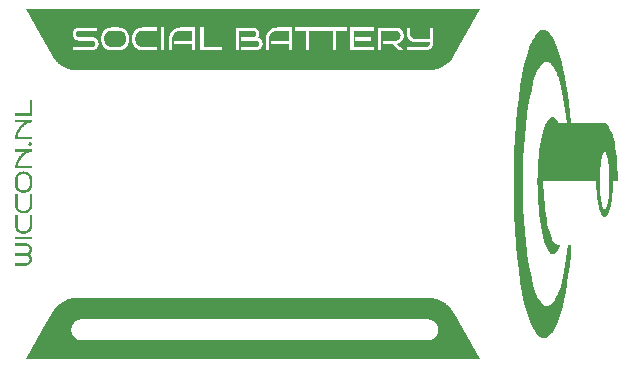
<source format=gbr>
%TF.GenerationSoftware,KiCad,Pcbnew,8.0.2-1*%
%TF.CreationDate,2024-08-22T14:08:19+02:00*%
%TF.ProjectId,Wiccon_social_bat,57696363-6f6e-45f7-936f-6369616c5f62,rev?*%
%TF.SameCoordinates,Original*%
%TF.FileFunction,Legend,Top*%
%TF.FilePolarity,Positive*%
%FSLAX46Y46*%
G04 Gerber Fmt 4.6, Leading zero omitted, Abs format (unit mm)*
G04 Created by KiCad (PCBNEW 8.0.2-1) date 2024-08-22 14:08:19*
%MOMM*%
%LPD*%
G01*
G04 APERTURE LIST*
%ADD10C,0.000000*%
G04 APERTURE END LIST*
D10*
%TO.C,TP17*%
G36*
X133928461Y-51904751D02*
G01*
X132499486Y-51904751D01*
X132499486Y-51697659D01*
X133928461Y-51697659D01*
X133928461Y-51904751D01*
G37*
G36*
X133928461Y-40059178D02*
G01*
X133928461Y-41443226D01*
X132499486Y-41443226D01*
X132499486Y-41236134D01*
X133724322Y-41236134D01*
X133724322Y-40059170D01*
X133928461Y-40059178D01*
G37*
G36*
X133928460Y-42002384D02*
G01*
X133904935Y-42002668D01*
X133881564Y-42003524D01*
X133858343Y-42004955D01*
X133835267Y-42006968D01*
X133812331Y-42009568D01*
X133789528Y-42012759D01*
X133766856Y-42016547D01*
X133744308Y-42020936D01*
X133721880Y-42025932D01*
X133699566Y-42031540D01*
X133677363Y-42037764D01*
X133655263Y-42044610D01*
X133633264Y-42052083D01*
X133611359Y-42060187D01*
X133589544Y-42068929D01*
X133567814Y-42078312D01*
X133546243Y-42088222D01*
X133524907Y-42098536D01*
X133503799Y-42109255D01*
X133482916Y-42120378D01*
X133462252Y-42131905D01*
X133441802Y-42143837D01*
X133421561Y-42156174D01*
X133401525Y-42168915D01*
X133381688Y-42182060D01*
X133362046Y-42195610D01*
X133323324Y-42223924D01*
X133285320Y-42253855D01*
X133247994Y-42285404D01*
X133211625Y-42318100D01*
X133176492Y-42351523D01*
X133142556Y-42385755D01*
X133109775Y-42420878D01*
X133093806Y-42438798D01*
X133078111Y-42456970D01*
X133062685Y-42475406D01*
X133047523Y-42494114D01*
X133032620Y-42513106D01*
X133017971Y-42532391D01*
X133003572Y-42551979D01*
X132989417Y-42571880D01*
X132961979Y-42610865D01*
X132935776Y-42650133D01*
X132910770Y-42689643D01*
X132886921Y-42729356D01*
X132864187Y-42769231D01*
X132842530Y-42809227D01*
X132821910Y-42849305D01*
X132802287Y-42889423D01*
X132792995Y-42909405D01*
X132784245Y-42929230D01*
X132776024Y-42948903D01*
X132768317Y-42968430D01*
X132754382Y-43007064D01*
X132742321Y-43045173D01*
X132732014Y-43082796D01*
X132723342Y-43119974D01*
X132716186Y-43156748D01*
X132710425Y-43193157D01*
X133928460Y-43193157D01*
X133928461Y-43189694D01*
X133928461Y-43396786D01*
X132499486Y-43396786D01*
X132499486Y-43293240D01*
X132499724Y-43274352D01*
X132500436Y-43255227D01*
X132501616Y-43235869D01*
X132503260Y-43216284D01*
X132505362Y-43196476D01*
X132507918Y-43176450D01*
X132514370Y-43135767D01*
X132522577Y-43094275D01*
X132532498Y-43052015D01*
X132544094Y-43009027D01*
X132557324Y-42965351D01*
X132572150Y-42921195D01*
X132588530Y-42876796D01*
X132606425Y-42832236D01*
X132625796Y-42787595D01*
X132646602Y-42742954D01*
X132668804Y-42698395D01*
X132692361Y-42653998D01*
X132717234Y-42609844D01*
X132743535Y-42566014D01*
X132771352Y-42522588D01*
X132800604Y-42479647D01*
X132831211Y-42437272D01*
X132863095Y-42395544D01*
X132896175Y-42354544D01*
X132930372Y-42314353D01*
X132965606Y-42275051D01*
X132983626Y-42255190D01*
X133001954Y-42235728D01*
X133020583Y-42216661D01*
X133039500Y-42197983D01*
X133058696Y-42179689D01*
X133078161Y-42161775D01*
X133097886Y-42144235D01*
X133117860Y-42127065D01*
X133138073Y-42110258D01*
X133158515Y-42093811D01*
X133200048Y-42061973D01*
X133242378Y-42031511D01*
X133285426Y-42002384D01*
X132499484Y-42002384D01*
X132499484Y-41795292D01*
X133928460Y-41795292D01*
X133928460Y-42002384D01*
G37*
G36*
X133928460Y-44490917D02*
G01*
X133904935Y-44491201D01*
X133881564Y-44492057D01*
X133858343Y-44493488D01*
X133835267Y-44495501D01*
X133812331Y-44498101D01*
X133789528Y-44501292D01*
X133766856Y-44505080D01*
X133744308Y-44509469D01*
X133721880Y-44514465D01*
X133699566Y-44520073D01*
X133677363Y-44526297D01*
X133655263Y-44533143D01*
X133633264Y-44540616D01*
X133611359Y-44548720D01*
X133589544Y-44557462D01*
X133567814Y-44566845D01*
X133546243Y-44576755D01*
X133524907Y-44587069D01*
X133503799Y-44597788D01*
X133482916Y-44608911D01*
X133462252Y-44620438D01*
X133441802Y-44632370D01*
X133421561Y-44644707D01*
X133401525Y-44657448D01*
X133381688Y-44670593D01*
X133362046Y-44684143D01*
X133323324Y-44712457D01*
X133285320Y-44742388D01*
X133247994Y-44773937D01*
X133211625Y-44806633D01*
X133176492Y-44840056D01*
X133142556Y-44874288D01*
X133109775Y-44909411D01*
X133093806Y-44927331D01*
X133078111Y-44945503D01*
X133062685Y-44963939D01*
X133047523Y-44982648D01*
X133032620Y-45001639D01*
X133017971Y-45020924D01*
X133003572Y-45040512D01*
X132989417Y-45060413D01*
X132961979Y-45099398D01*
X132935776Y-45138666D01*
X132910770Y-45178176D01*
X132886921Y-45217889D01*
X132864187Y-45257764D01*
X132842530Y-45297760D01*
X132821910Y-45337838D01*
X132802287Y-45377956D01*
X132792995Y-45397938D01*
X132784245Y-45417763D01*
X132776024Y-45437436D01*
X132768317Y-45456963D01*
X132754382Y-45495597D01*
X132742321Y-45533706D01*
X132732014Y-45571329D01*
X132723342Y-45608507D01*
X132716186Y-45645281D01*
X132710425Y-45681690D01*
X133928460Y-45681690D01*
X133928461Y-45678227D01*
X133928461Y-45885319D01*
X132499486Y-45885319D01*
X132499486Y-45781773D01*
X132499724Y-45762885D01*
X132500436Y-45743760D01*
X132501616Y-45724402D01*
X132503260Y-45704817D01*
X132505362Y-45685009D01*
X132507918Y-45664983D01*
X132514370Y-45624300D01*
X132522577Y-45582808D01*
X132532498Y-45540548D01*
X132544094Y-45497560D01*
X132557324Y-45453884D01*
X132572150Y-45409728D01*
X132588530Y-45365329D01*
X132606425Y-45320769D01*
X132625796Y-45276128D01*
X132646602Y-45231487D01*
X132668804Y-45186928D01*
X132692361Y-45142531D01*
X132717234Y-45098377D01*
X132743535Y-45054547D01*
X132771352Y-45011121D01*
X132800604Y-44968180D01*
X132831211Y-44925804D01*
X132863095Y-44884075D01*
X132896175Y-44843074D01*
X132930372Y-44802881D01*
X132965606Y-44763577D01*
X132983626Y-44743717D01*
X133001954Y-44724256D01*
X133020583Y-44705190D01*
X133039500Y-44686513D01*
X133058696Y-44668220D01*
X133078161Y-44650306D01*
X133097886Y-44632767D01*
X133117860Y-44615597D01*
X133138073Y-44598791D01*
X133158515Y-44582344D01*
X133200048Y-44550506D01*
X133242378Y-44520044D01*
X133285426Y-44490917D01*
X132499484Y-44490917D01*
X132499484Y-44283825D01*
X133928460Y-44283825D01*
X133928460Y-44490917D01*
G37*
G36*
X133782969Y-43683417D02*
G01*
X133790499Y-43683908D01*
X133797940Y-43684734D01*
X133805285Y-43685897D01*
X133812531Y-43687405D01*
X133819672Y-43689262D01*
X133826704Y-43691473D01*
X133833620Y-43694042D01*
X133840418Y-43696976D01*
X133847090Y-43700279D01*
X133853633Y-43703956D01*
X133860042Y-43708012D01*
X133866311Y-43712453D01*
X133872435Y-43717283D01*
X133878410Y-43722507D01*
X133884230Y-43728130D01*
X133889773Y-43733996D01*
X133894921Y-43739953D01*
X133899682Y-43746011D01*
X133904058Y-43752181D01*
X133908056Y-43758472D01*
X133911680Y-43764894D01*
X133914935Y-43771458D01*
X133917827Y-43778174D01*
X133920359Y-43785052D01*
X133922538Y-43792102D01*
X133924368Y-43799334D01*
X133925854Y-43806759D01*
X133927002Y-43814386D01*
X133927815Y-43822225D01*
X133928299Y-43830287D01*
X133928460Y-43838581D01*
X133928299Y-43846874D01*
X133927815Y-43854935D01*
X133927002Y-43862773D01*
X133925854Y-43870399D01*
X133924368Y-43877823D01*
X133922538Y-43885055D01*
X133920359Y-43892104D01*
X133917827Y-43898982D01*
X133914935Y-43905698D01*
X133911680Y-43912263D01*
X133908056Y-43918686D01*
X133904058Y-43924977D01*
X133899682Y-43931148D01*
X133894921Y-43937207D01*
X133889773Y-43943165D01*
X133884230Y-43949032D01*
X133878447Y-43954654D01*
X133872574Y-43959877D01*
X133866602Y-43964706D01*
X133860520Y-43969146D01*
X133854318Y-43973201D01*
X133847987Y-43976878D01*
X133841516Y-43980180D01*
X133834896Y-43983113D01*
X133828116Y-43985683D01*
X133821167Y-43987893D01*
X133814038Y-43989750D01*
X133806720Y-43991257D01*
X133799202Y-43992421D01*
X133791476Y-43993246D01*
X133783530Y-43993738D01*
X133775355Y-43993900D01*
X133767180Y-43993738D01*
X133759234Y-43993247D01*
X133751507Y-43992422D01*
X133743990Y-43991258D01*
X133736672Y-43989751D01*
X133729543Y-43987895D01*
X133722594Y-43985685D01*
X133715814Y-43983116D01*
X133709194Y-43980183D01*
X133702723Y-43976881D01*
X133696392Y-43973205D01*
X133690190Y-43969149D01*
X133684108Y-43964709D01*
X133678136Y-43959879D01*
X133672264Y-43954655D01*
X133666481Y-43949032D01*
X133660939Y-43943165D01*
X133655789Y-43937207D01*
X133651029Y-43931148D01*
X133646652Y-43924977D01*
X133642655Y-43918686D01*
X133639031Y-43912263D01*
X133635775Y-43905698D01*
X133632884Y-43898982D01*
X133630351Y-43892104D01*
X133628173Y-43885055D01*
X133626343Y-43877823D01*
X133624857Y-43870399D01*
X133623710Y-43862773D01*
X133622896Y-43854935D01*
X133622412Y-43846874D01*
X133622252Y-43838581D01*
X133622412Y-43830287D01*
X133622896Y-43822225D01*
X133623710Y-43814386D01*
X133624857Y-43806760D01*
X133626343Y-43799336D01*
X133628173Y-43792104D01*
X133630351Y-43785055D01*
X133632884Y-43778177D01*
X133635775Y-43771462D01*
X133639031Y-43764898D01*
X133642655Y-43758475D01*
X133646652Y-43752184D01*
X133651029Y-43746014D01*
X133655789Y-43739955D01*
X133660939Y-43733997D01*
X133666481Y-43728130D01*
X133672264Y-43722507D01*
X133678136Y-43717283D01*
X133684108Y-43712453D01*
X133690190Y-43708012D01*
X133696392Y-43703956D01*
X133702723Y-43700279D01*
X133709194Y-43696976D01*
X133715814Y-43694042D01*
X133722594Y-43691473D01*
X133729543Y-43689262D01*
X133736672Y-43687405D01*
X133743990Y-43685897D01*
X133751507Y-43684734D01*
X133759234Y-43683908D01*
X133767180Y-43683417D01*
X133775355Y-43683254D01*
X133782969Y-43683417D01*
G37*
G36*
X167579184Y-56856032D02*
G01*
X167662089Y-56860211D01*
X167744483Y-56867137D01*
X167826308Y-56876777D01*
X167907507Y-56889099D01*
X167988025Y-56904071D01*
X168067803Y-56921661D01*
X168146786Y-56941837D01*
X168224916Y-56964566D01*
X168302138Y-56989816D01*
X168378393Y-57017554D01*
X168453627Y-57047749D01*
X168527781Y-57080369D01*
X168600800Y-57115380D01*
X168672626Y-57152752D01*
X168743203Y-57192451D01*
X168812475Y-57234445D01*
X168880384Y-57278702D01*
X168946874Y-57325191D01*
X169011888Y-57373878D01*
X169075369Y-57424731D01*
X169137261Y-57477719D01*
X169197507Y-57532808D01*
X169256051Y-57589968D01*
X169312835Y-57649164D01*
X169367804Y-57710367D01*
X169420899Y-57773542D01*
X169472065Y-57838657D01*
X169521246Y-57905682D01*
X169568383Y-57974582D01*
X169613421Y-58045327D01*
X169656303Y-58117884D01*
X169652900Y-58117884D01*
X171891635Y-62049151D01*
X133390895Y-62049151D01*
X134811967Y-59553713D01*
X137249133Y-59553713D01*
X137250260Y-59599054D01*
X137253606Y-59643794D01*
X137259116Y-59687879D01*
X137266736Y-59731252D01*
X137276411Y-59773860D01*
X137288089Y-59815647D01*
X137301714Y-59856558D01*
X137317232Y-59896538D01*
X137334589Y-59935532D01*
X137353732Y-59973485D01*
X137374604Y-60010343D01*
X137397154Y-60046050D01*
X137421325Y-60080551D01*
X137447065Y-60113791D01*
X137474318Y-60145716D01*
X137503031Y-60176270D01*
X137533150Y-60205398D01*
X137564619Y-60233045D01*
X137597386Y-60259157D01*
X137631396Y-60283678D01*
X137666594Y-60306553D01*
X137702927Y-60327728D01*
X137740340Y-60347147D01*
X137778779Y-60364755D01*
X137818190Y-60380498D01*
X137858519Y-60394320D01*
X137899711Y-60406166D01*
X137941712Y-60415982D01*
X137984469Y-60423712D01*
X138027926Y-60429302D01*
X138072030Y-60432696D01*
X138116726Y-60433840D01*
X167448196Y-60433840D01*
X167492892Y-60432696D01*
X167536996Y-60429302D01*
X167580453Y-60423713D01*
X167623210Y-60415983D01*
X167665211Y-60406167D01*
X167706403Y-60394321D01*
X167746732Y-60380499D01*
X167786143Y-60364757D01*
X167824582Y-60347149D01*
X167861995Y-60327731D01*
X167898327Y-60306557D01*
X167933526Y-60283682D01*
X167967535Y-60259161D01*
X168000302Y-60233050D01*
X168031772Y-60205403D01*
X168061890Y-60176275D01*
X168090603Y-60145722D01*
X168117856Y-60113798D01*
X168143596Y-60080557D01*
X168167767Y-60046057D01*
X168190316Y-60010350D01*
X168211189Y-59973492D01*
X168230331Y-59935539D01*
X168247688Y-59896544D01*
X168263206Y-59856564D01*
X168276831Y-59815652D01*
X168288509Y-59773865D01*
X168298185Y-59731257D01*
X168305805Y-59687882D01*
X168311315Y-59643797D01*
X168314660Y-59599055D01*
X168315788Y-59553713D01*
X168314660Y-59508371D01*
X168311315Y-59463630D01*
X168305805Y-59419545D01*
X168298185Y-59376171D01*
X168288509Y-59333563D01*
X168276831Y-59291776D01*
X168263206Y-59250865D01*
X168247688Y-59210885D01*
X168230331Y-59171891D01*
X168211189Y-59133937D01*
X168190316Y-59097079D01*
X168167767Y-59061373D01*
X168143596Y-59026872D01*
X168117856Y-58993631D01*
X168090603Y-58961707D01*
X168061890Y-58931153D01*
X168031772Y-58902025D01*
X168000302Y-58874378D01*
X167967535Y-58848267D01*
X167933526Y-58823746D01*
X167898327Y-58800871D01*
X167861995Y-58779697D01*
X167824582Y-58760278D01*
X167786143Y-58742670D01*
X167746732Y-58726927D01*
X167706403Y-58713105D01*
X167665211Y-58701259D01*
X167623210Y-58691443D01*
X167580453Y-58683713D01*
X167536996Y-58678124D01*
X167492892Y-58674730D01*
X167448196Y-58673586D01*
X138116726Y-58673586D01*
X138072030Y-58674730D01*
X138027926Y-58678124D01*
X137984469Y-58683713D01*
X137941712Y-58691443D01*
X137899711Y-58701259D01*
X137858519Y-58713105D01*
X137818190Y-58726926D01*
X137778779Y-58742669D01*
X137740340Y-58760277D01*
X137702927Y-58779695D01*
X137666594Y-58800869D01*
X137631396Y-58823744D01*
X137597386Y-58848265D01*
X137564619Y-58874376D01*
X137533150Y-58902023D01*
X137503031Y-58931151D01*
X137474318Y-58961704D01*
X137447065Y-58993628D01*
X137421325Y-59026868D01*
X137397154Y-59061369D01*
X137374604Y-59097076D01*
X137353732Y-59133934D01*
X137334589Y-59171887D01*
X137317232Y-59210882D01*
X137301714Y-59250862D01*
X137288089Y-59291774D01*
X137276411Y-59333561D01*
X137266736Y-59376169D01*
X137259116Y-59419544D01*
X137253606Y-59463629D01*
X137250260Y-59508370D01*
X137249133Y-59553713D01*
X134811967Y-59553713D01*
X135629626Y-58117884D01*
X135717545Y-57975149D01*
X135813863Y-57839645D01*
X135918124Y-57711644D01*
X136029877Y-57591419D01*
X136148667Y-57479244D01*
X136274040Y-57375390D01*
X136405544Y-57280131D01*
X136542725Y-57193741D01*
X136685128Y-57116492D01*
X136832302Y-57048657D01*
X136983791Y-56990509D01*
X137139143Y-56942321D01*
X137297903Y-56904366D01*
X137459620Y-56876918D01*
X137623838Y-56860249D01*
X137790104Y-56854632D01*
X167495822Y-56854632D01*
X167579184Y-56856032D01*
G37*
G36*
X141307700Y-34217053D02*
G01*
X141330699Y-34218145D01*
X141353290Y-34219965D01*
X141375467Y-34222514D01*
X141397225Y-34225790D01*
X141418560Y-34229795D01*
X141439466Y-34234527D01*
X141459939Y-34239988D01*
X141479973Y-34246177D01*
X141499563Y-34253093D01*
X141518706Y-34260738D01*
X141537394Y-34269111D01*
X141555624Y-34278212D01*
X141573391Y-34288040D01*
X141590690Y-34298597D01*
X141607515Y-34309882D01*
X141624461Y-34321773D01*
X141640854Y-34334150D01*
X141656699Y-34347012D01*
X141672000Y-34360359D01*
X141686764Y-34374192D01*
X141700993Y-34388510D01*
X141714695Y-34403313D01*
X141727873Y-34418602D01*
X141740532Y-34434376D01*
X141752679Y-34450635D01*
X141764317Y-34467380D01*
X141775452Y-34484611D01*
X141786088Y-34502326D01*
X141796231Y-34520528D01*
X141805886Y-34539214D01*
X141815057Y-34558386D01*
X141823709Y-34578570D01*
X141831803Y-34598991D01*
X141839339Y-34619644D01*
X141846317Y-34640524D01*
X141852736Y-34661627D01*
X141858597Y-34682947D01*
X141863900Y-34704479D01*
X141868645Y-34726219D01*
X141872831Y-34748160D01*
X141876459Y-34770299D01*
X141879529Y-34792630D01*
X141882041Y-34815148D01*
X141883995Y-34837848D01*
X141885390Y-34860725D01*
X141886227Y-34883773D01*
X141886506Y-34906989D01*
X141886227Y-34930204D01*
X141885390Y-34953247D01*
X141883995Y-34976108D01*
X141882041Y-34998777D01*
X141879529Y-35021244D01*
X141876459Y-35043498D01*
X141872831Y-35065531D01*
X141868645Y-35087330D01*
X141863900Y-35108888D01*
X141858597Y-35130192D01*
X141852736Y-35151233D01*
X141846317Y-35172002D01*
X141839339Y-35192487D01*
X141831803Y-35212679D01*
X141823709Y-35232568D01*
X141815057Y-35252143D01*
X141805848Y-35271315D01*
X141796091Y-35290001D01*
X141785796Y-35308203D01*
X141774973Y-35325918D01*
X141763632Y-35343149D01*
X141751782Y-35359894D01*
X141739433Y-35376153D01*
X141726597Y-35391927D01*
X141713282Y-35407216D01*
X141699498Y-35422019D01*
X141685256Y-35436337D01*
X141670565Y-35450170D01*
X141655435Y-35463517D01*
X141639877Y-35476379D01*
X141623900Y-35488756D01*
X141607515Y-35500647D01*
X141590129Y-35511933D01*
X141572415Y-35522491D01*
X141554362Y-35532320D01*
X141535960Y-35541421D01*
X141517199Y-35549794D01*
X141498070Y-35557439D01*
X141478561Y-35564356D01*
X141458664Y-35570544D01*
X141438368Y-35576004D01*
X141417664Y-35580736D01*
X141396541Y-35584740D01*
X141374989Y-35588016D01*
X141352999Y-35590564D01*
X141330560Y-35592384D01*
X141307662Y-35593476D01*
X141284296Y-35593840D01*
X140651461Y-35593840D01*
X140628058Y-35593476D01*
X140605059Y-35592384D01*
X140582469Y-35590564D01*
X140560292Y-35588015D01*
X140538534Y-35584739D01*
X140517199Y-35580734D01*
X140496292Y-35576002D01*
X140475819Y-35570541D01*
X140455785Y-35564352D01*
X140436194Y-35557436D01*
X140417052Y-35549791D01*
X140398363Y-35541418D01*
X140380132Y-35532317D01*
X140362365Y-35522489D01*
X140345067Y-35511932D01*
X140328242Y-35500647D01*
X140311856Y-35488756D01*
X140295880Y-35476379D01*
X140280322Y-35463517D01*
X140265192Y-35450170D01*
X140250502Y-35436337D01*
X140236259Y-35422019D01*
X140222476Y-35407216D01*
X140209160Y-35391927D01*
X140196324Y-35376153D01*
X140183975Y-35359894D01*
X140172125Y-35343149D01*
X140160784Y-35325918D01*
X140149960Y-35308203D01*
X140139665Y-35290001D01*
X140129908Y-35271315D01*
X140120699Y-35252143D01*
X140111448Y-35232606D01*
X140102830Y-35212821D01*
X140094841Y-35192783D01*
X140087474Y-35172488D01*
X140080725Y-35151929D01*
X140074589Y-35131103D01*
X140069061Y-35110004D01*
X140064136Y-35088627D01*
X140059809Y-35066966D01*
X140056076Y-35045017D01*
X140052930Y-35022775D01*
X140050368Y-35000235D01*
X140048383Y-34977391D01*
X140046972Y-34954239D01*
X140046129Y-34930773D01*
X140045849Y-34906989D01*
X140046166Y-34883167D01*
X140047112Y-34859593D01*
X140048675Y-34836271D01*
X140050846Y-34813207D01*
X140053616Y-34790406D01*
X140056973Y-34767873D01*
X140060908Y-34745612D01*
X140065412Y-34723630D01*
X140070474Y-34701930D01*
X140076084Y-34680519D01*
X140082232Y-34659401D01*
X140088909Y-34638581D01*
X140096104Y-34618065D01*
X140103807Y-34597857D01*
X140112009Y-34577962D01*
X140120699Y-34558386D01*
X140129908Y-34539214D01*
X140139665Y-34520528D01*
X140149960Y-34502326D01*
X140160784Y-34484611D01*
X140172125Y-34467380D01*
X140183975Y-34450635D01*
X140196324Y-34434376D01*
X140209160Y-34418602D01*
X140222476Y-34403313D01*
X140236259Y-34388510D01*
X140250502Y-34374192D01*
X140265192Y-34360359D01*
X140280322Y-34347012D01*
X140295880Y-34334150D01*
X140311856Y-34321773D01*
X140328242Y-34309882D01*
X140345627Y-34298596D01*
X140363341Y-34288038D01*
X140381394Y-34278209D01*
X140399796Y-34269108D01*
X140418557Y-34260735D01*
X140437687Y-34253090D01*
X140457195Y-34246174D01*
X140477093Y-34239985D01*
X140497389Y-34234525D01*
X140518093Y-34229793D01*
X140539216Y-34225789D01*
X140560768Y-34222513D01*
X140582759Y-34219965D01*
X140605198Y-34218145D01*
X140628095Y-34217053D01*
X140651461Y-34216689D01*
X141284296Y-34216689D01*
X141307700Y-34217053D01*
G37*
G36*
X132707028Y-49033093D02*
G01*
X132707307Y-49051014D01*
X132708138Y-49068540D01*
X132709518Y-49085682D01*
X132711440Y-49102450D01*
X132713902Y-49118854D01*
X132716896Y-49134903D01*
X132720419Y-49150609D01*
X132724465Y-49165980D01*
X132729029Y-49181028D01*
X132734106Y-49195763D01*
X132739692Y-49210193D01*
X132745782Y-49224331D01*
X132752369Y-49238185D01*
X132759450Y-49251766D01*
X132767020Y-49265084D01*
X132775073Y-49278149D01*
X132783565Y-49290892D01*
X132792456Y-49303235D01*
X132801746Y-49315184D01*
X132811435Y-49326743D01*
X132821522Y-49337918D01*
X132832009Y-49348713D01*
X132842893Y-49359134D01*
X132854177Y-49369186D01*
X132865859Y-49378873D01*
X132877941Y-49388201D01*
X132890420Y-49397176D01*
X132903299Y-49405802D01*
X132916576Y-49414083D01*
X132930252Y-49422026D01*
X132944327Y-49429636D01*
X132958800Y-49436916D01*
X132973553Y-49443793D01*
X132988471Y-49450189D01*
X133003558Y-49456111D01*
X133018820Y-49461562D01*
X133034261Y-49466548D01*
X133049886Y-49471075D01*
X133065701Y-49475146D01*
X133081710Y-49478767D01*
X133097919Y-49481944D01*
X133114331Y-49484681D01*
X133130953Y-49486983D01*
X133147790Y-49488855D01*
X133164845Y-49490302D01*
X133182125Y-49491330D01*
X133199634Y-49491942D01*
X133217378Y-49492146D01*
X133235120Y-49491943D01*
X133252623Y-49491330D01*
X133269887Y-49490303D01*
X133286912Y-49488856D01*
X133303698Y-49486984D01*
X133320244Y-49484683D01*
X133336551Y-49481947D01*
X133352620Y-49478770D01*
X133368448Y-49475149D01*
X133384038Y-49471078D01*
X133399388Y-49466552D01*
X133414500Y-49461565D01*
X133429371Y-49456114D01*
X133444004Y-49450192D01*
X133458398Y-49443794D01*
X133472552Y-49436916D01*
X133486465Y-49429635D01*
X133500123Y-49422026D01*
X133513512Y-49414082D01*
X133526617Y-49405799D01*
X133539423Y-49397173D01*
X133551916Y-49388197D01*
X133564079Y-49378868D01*
X133575898Y-49369180D01*
X133587358Y-49359128D01*
X133598445Y-49348706D01*
X133609143Y-49337911D01*
X133619437Y-49326737D01*
X133629312Y-49315178D01*
X133638754Y-49303231D01*
X133647747Y-49290889D01*
X133656277Y-49278149D01*
X133664891Y-49265045D01*
X133672876Y-49251622D01*
X133680244Y-49237886D01*
X133687004Y-49223842D01*
X133693165Y-49209494D01*
X133698739Y-49194848D01*
X133703734Y-49179909D01*
X133708161Y-49164682D01*
X133712030Y-49149171D01*
X133715351Y-49133382D01*
X133718134Y-49117321D01*
X133720388Y-49100991D01*
X133722124Y-49084398D01*
X133723352Y-49067548D01*
X133724081Y-49050444D01*
X133724322Y-49033093D01*
X133724322Y-48097736D01*
X133928461Y-48097736D01*
X133928461Y-49033093D01*
X133928261Y-49051778D01*
X133927657Y-49070292D01*
X133926645Y-49088624D01*
X133925219Y-49106763D01*
X133923374Y-49124701D01*
X133921105Y-49142425D01*
X133918408Y-49159928D01*
X133915277Y-49177198D01*
X133911708Y-49194225D01*
X133907695Y-49210999D01*
X133903234Y-49227510D01*
X133898319Y-49243748D01*
X133892945Y-49259703D01*
X133887108Y-49275364D01*
X133880803Y-49290723D01*
X133874024Y-49305767D01*
X133866847Y-49321137D01*
X133859351Y-49336189D01*
X133851536Y-49350928D01*
X133843403Y-49365359D01*
X133834950Y-49379486D01*
X133826178Y-49393315D01*
X133817088Y-49406851D01*
X133807678Y-49420098D01*
X133797950Y-49433063D01*
X133787902Y-49445749D01*
X133777536Y-49458163D01*
X133766850Y-49470308D01*
X133755846Y-49482190D01*
X133744523Y-49493814D01*
X133732880Y-49505185D01*
X133720919Y-49516308D01*
X133708640Y-49527148D01*
X133696053Y-49537664D01*
X133683166Y-49547857D01*
X133669991Y-49557726D01*
X133656536Y-49567271D01*
X133642812Y-49576493D01*
X133628829Y-49585391D01*
X133614597Y-49593966D01*
X133600126Y-49602217D01*
X133585425Y-49610144D01*
X133570505Y-49617749D01*
X133555375Y-49625030D01*
X133540047Y-49631987D01*
X133524529Y-49638622D01*
X133508831Y-49644933D01*
X133492964Y-49650921D01*
X133476898Y-49656582D01*
X133460602Y-49661915D01*
X133444088Y-49666914D01*
X133427363Y-49671575D01*
X133410440Y-49675892D01*
X133393327Y-49679860D01*
X133376035Y-49683475D01*
X133358573Y-49686730D01*
X133340952Y-49689622D01*
X133323181Y-49692145D01*
X133305271Y-49694293D01*
X133287231Y-49696063D01*
X133269071Y-49697447D01*
X133250802Y-49698443D01*
X133232433Y-49699044D01*
X133213975Y-49699246D01*
X133195554Y-49699044D01*
X133177293Y-49698443D01*
X133159191Y-49697448D01*
X133141249Y-49696064D01*
X133123467Y-49694295D01*
X133105844Y-49692147D01*
X133088380Y-49689625D01*
X133071076Y-49686733D01*
X133053932Y-49683478D01*
X133036947Y-49679864D01*
X133003455Y-49671578D01*
X132970602Y-49661917D01*
X132938386Y-49650921D01*
X132922519Y-49644934D01*
X132906821Y-49638624D01*
X132891303Y-49631990D01*
X132875974Y-49625033D01*
X132860845Y-49617752D01*
X132845925Y-49610148D01*
X132831224Y-49602220D01*
X132816752Y-49593968D01*
X132802520Y-49585394D01*
X132788537Y-49576495D01*
X132774813Y-49567273D01*
X132761358Y-49557727D01*
X132748183Y-49547858D01*
X132735296Y-49537665D01*
X132722709Y-49527148D01*
X132710431Y-49516308D01*
X132698469Y-49505182D01*
X132686827Y-49493810D01*
X132675503Y-49482184D01*
X132664499Y-49470301D01*
X132653814Y-49458156D01*
X132643447Y-49445743D01*
X132633400Y-49433057D01*
X132623671Y-49420093D01*
X132614262Y-49406846D01*
X132605172Y-49393311D01*
X132596400Y-49379483D01*
X132587948Y-49365356D01*
X132579814Y-49350927D01*
X132572000Y-49336189D01*
X132564505Y-49321137D01*
X132557328Y-49305767D01*
X132550549Y-49290154D01*
X132544244Y-49274374D01*
X132538406Y-49258422D01*
X132533033Y-49242293D01*
X132528118Y-49225982D01*
X132523656Y-49209483D01*
X132519643Y-49192792D01*
X132516074Y-49175904D01*
X132512943Y-49158814D01*
X132510245Y-49141516D01*
X132507977Y-49124006D01*
X132506132Y-49106278D01*
X132504705Y-49088328D01*
X132503693Y-49070151D01*
X132503089Y-49051740D01*
X132502889Y-49033093D01*
X132502889Y-48097736D01*
X132707028Y-48097736D01*
X132707028Y-49033093D01*
G37*
G36*
X132707028Y-50765751D02*
G01*
X132707307Y-50783671D01*
X132708138Y-50801196D01*
X132709518Y-50818337D01*
X132711440Y-50835104D01*
X132713902Y-50851507D01*
X132716896Y-50867556D01*
X132720419Y-50883261D01*
X132724465Y-50898632D01*
X132729029Y-50913680D01*
X132734106Y-50928414D01*
X132739692Y-50942844D01*
X132745782Y-50956982D01*
X132752369Y-50970836D01*
X132759450Y-50984417D01*
X132767020Y-50997735D01*
X132775073Y-51010800D01*
X132783565Y-51023543D01*
X132792456Y-51035886D01*
X132801746Y-51047835D01*
X132811435Y-51059394D01*
X132821522Y-51070569D01*
X132832009Y-51081364D01*
X132842893Y-51091785D01*
X132854177Y-51101836D01*
X132865859Y-51111524D01*
X132877941Y-51120852D01*
X132890420Y-51129827D01*
X132903299Y-51138452D01*
X132916576Y-51146734D01*
X132930252Y-51154677D01*
X132944327Y-51162286D01*
X132958800Y-51169567D01*
X132973553Y-51176444D01*
X132988471Y-51182840D01*
X133003558Y-51188761D01*
X133018820Y-51194213D01*
X133034261Y-51199199D01*
X133049886Y-51203725D01*
X133065701Y-51207797D01*
X133081710Y-51211418D01*
X133097919Y-51214595D01*
X133114331Y-51217332D01*
X133130953Y-51219633D01*
X133147790Y-51221506D01*
X133164845Y-51222953D01*
X133182125Y-51223980D01*
X133199634Y-51224593D01*
X133217378Y-51224796D01*
X133235120Y-51224593D01*
X133252623Y-51223981D01*
X133269887Y-51222953D01*
X133286912Y-51221507D01*
X133303698Y-51219635D01*
X133320244Y-51217334D01*
X133336551Y-51214597D01*
X133352620Y-51211421D01*
X133368448Y-51207800D01*
X133384038Y-51203729D01*
X133399388Y-51199202D01*
X133414500Y-51194216D01*
X133429371Y-51188764D01*
X133444004Y-51182842D01*
X133458398Y-51176445D01*
X133472552Y-51169567D01*
X133486465Y-51162286D01*
X133500123Y-51154676D01*
X133513512Y-51146733D01*
X133526617Y-51138450D01*
X133539423Y-51129824D01*
X133551916Y-51120848D01*
X133564079Y-51111519D01*
X133575898Y-51101831D01*
X133587358Y-51091778D01*
X133598445Y-51081357D01*
X133609143Y-51070562D01*
X133619437Y-51059387D01*
X133629312Y-51047829D01*
X133638754Y-51035882D01*
X133647747Y-51023540D01*
X133656277Y-51010800D01*
X133664891Y-50997695D01*
X133672876Y-50984273D01*
X133680244Y-50970537D01*
X133687004Y-50956493D01*
X133693165Y-50942145D01*
X133698739Y-50927499D01*
X133703734Y-50912560D01*
X133708161Y-50897333D01*
X133712030Y-50881823D01*
X133715351Y-50866035D01*
X133718134Y-50849974D01*
X133720388Y-50833645D01*
X133722124Y-50817053D01*
X133723352Y-50800203D01*
X133724081Y-50783101D01*
X133724322Y-50765751D01*
X133724322Y-49830395D01*
X133928461Y-49830395D01*
X133928461Y-50765751D01*
X133928261Y-50784437D01*
X133927657Y-50802950D01*
X133926645Y-50821281D01*
X133925219Y-50839421D01*
X133923374Y-50857357D01*
X133921105Y-50875081D01*
X133918408Y-50892583D01*
X133915277Y-50909852D01*
X133911708Y-50926878D01*
X133907695Y-50943652D01*
X133903234Y-50960162D01*
X133898319Y-50976400D01*
X133892945Y-50992354D01*
X133887108Y-51008015D01*
X133880803Y-51023373D01*
X133874024Y-51038418D01*
X133866847Y-51053788D01*
X133859351Y-51068840D01*
X133851536Y-51083579D01*
X133843403Y-51098009D01*
X133834950Y-51112137D01*
X133826178Y-51125966D01*
X133817088Y-51139501D01*
X133807678Y-51152749D01*
X133797950Y-51165714D01*
X133787902Y-51178400D01*
X133777536Y-51190813D01*
X133766850Y-51202959D01*
X133755846Y-51214841D01*
X133744523Y-51226465D01*
X133732880Y-51237836D01*
X133720919Y-51248959D01*
X133708640Y-51259799D01*
X133696053Y-51270315D01*
X133683166Y-51280508D01*
X133669991Y-51290377D01*
X133656536Y-51299922D01*
X133642812Y-51309144D01*
X133628829Y-51318042D01*
X133614597Y-51326616D01*
X133600126Y-51334867D01*
X133585425Y-51342795D01*
X133570505Y-51350399D01*
X133555375Y-51357680D01*
X133540047Y-51364638D01*
X133524529Y-51371272D01*
X133508831Y-51377584D01*
X133492964Y-51383572D01*
X133476898Y-51389233D01*
X133460602Y-51394566D01*
X133444088Y-51399565D01*
X133427363Y-51404226D01*
X133410440Y-51408543D01*
X133393327Y-51412511D01*
X133376035Y-51416126D01*
X133358573Y-51419381D01*
X133340952Y-51422273D01*
X133323181Y-51424796D01*
X133305271Y-51426944D01*
X133287231Y-51428713D01*
X133269071Y-51430098D01*
X133250802Y-51431094D01*
X133232433Y-51431695D01*
X133213975Y-51431896D01*
X133195554Y-51431695D01*
X133177293Y-51431094D01*
X133159191Y-51430100D01*
X133141249Y-51428715D01*
X133123467Y-51426947D01*
X133105844Y-51424800D01*
X133088380Y-51422278D01*
X133071076Y-51419387D01*
X133053932Y-51416132D01*
X133036947Y-51412518D01*
X133003455Y-51404232D01*
X132970602Y-51394570D01*
X132938386Y-51383572D01*
X132922519Y-51377585D01*
X132906821Y-51371275D01*
X132891303Y-51364641D01*
X132875974Y-51357684D01*
X132860845Y-51350403D01*
X132845925Y-51342799D01*
X132831224Y-51334871D01*
X132816752Y-51326619D01*
X132802520Y-51318044D01*
X132788537Y-51309146D01*
X132774813Y-51299924D01*
X132761358Y-51290378D01*
X132748183Y-51280508D01*
X132735296Y-51270316D01*
X132722709Y-51259799D01*
X132710431Y-51248959D01*
X132698469Y-51237833D01*
X132686827Y-51226460D01*
X132675503Y-51214835D01*
X132664499Y-51202952D01*
X132653814Y-51190807D01*
X132643447Y-51178393D01*
X132633400Y-51165707D01*
X132623671Y-51152743D01*
X132614262Y-51139497D01*
X132605172Y-51125962D01*
X132596400Y-51112134D01*
X132587948Y-51098007D01*
X132579814Y-51083578D01*
X132572000Y-51068840D01*
X132564505Y-51053788D01*
X132557328Y-51038418D01*
X132550549Y-51022805D01*
X132544244Y-51007025D01*
X132538406Y-50991074D01*
X132533033Y-50974945D01*
X132528118Y-50958634D01*
X132523656Y-50942136D01*
X132519643Y-50925446D01*
X132516074Y-50908559D01*
X132512943Y-50891469D01*
X132510245Y-50874172D01*
X132507977Y-50856663D01*
X132506132Y-50838936D01*
X132504705Y-50820986D01*
X132503693Y-50802809D01*
X132503089Y-50784399D01*
X132502889Y-50765751D01*
X132502889Y-49830395D01*
X132707028Y-49830395D01*
X132707028Y-50765751D01*
G37*
G36*
X133414710Y-52236096D02*
G01*
X133432453Y-52236378D01*
X133449962Y-52237221D01*
X133467242Y-52238621D01*
X133484297Y-52240572D01*
X133501134Y-52243069D01*
X133517756Y-52246107D01*
X133534168Y-52249681D01*
X133550377Y-52253785D01*
X133566386Y-52258416D01*
X133582201Y-52263567D01*
X133597826Y-52269234D01*
X133613267Y-52275411D01*
X133628529Y-52282094D01*
X133643616Y-52289278D01*
X133658533Y-52296957D01*
X133673287Y-52305126D01*
X133687761Y-52314350D01*
X133701842Y-52323902D01*
X133715533Y-52333787D01*
X133728841Y-52344011D01*
X133741770Y-52354579D01*
X133754326Y-52365496D01*
X133766512Y-52376766D01*
X133778335Y-52388395D01*
X133789799Y-52400388D01*
X133800909Y-52412751D01*
X133811670Y-52425487D01*
X133822087Y-52438602D01*
X133832166Y-52452101D01*
X133841910Y-52465989D01*
X133851325Y-52480272D01*
X133860417Y-52494953D01*
X133869030Y-52509921D01*
X133877016Y-52525055D01*
X133884384Y-52540361D01*
X133891144Y-52555844D01*
X133897305Y-52571509D01*
X133902879Y-52587361D01*
X133907874Y-52603404D01*
X133912301Y-52619645D01*
X133916170Y-52636088D01*
X133919491Y-52652738D01*
X133922273Y-52669601D01*
X133924528Y-52686681D01*
X133926264Y-52703983D01*
X133927491Y-52721513D01*
X133928221Y-52739275D01*
X133928461Y-52757275D01*
X133928261Y-52773373D01*
X133927657Y-52789309D01*
X133926645Y-52805084D01*
X133925219Y-52820696D01*
X133923374Y-52836147D01*
X133921105Y-52851436D01*
X133918408Y-52866564D01*
X133915277Y-52881529D01*
X133911708Y-52896333D01*
X133907695Y-52910974D01*
X133903234Y-52925454D01*
X133898319Y-52939772D01*
X133892945Y-52953928D01*
X133887108Y-52967923D01*
X133880803Y-52981756D01*
X133874024Y-52995426D01*
X133866885Y-53008894D01*
X133859497Y-53022114D01*
X133851850Y-53035082D01*
X133843934Y-53047792D01*
X133835739Y-53060239D01*
X133827255Y-53072418D01*
X133818472Y-53084324D01*
X133809379Y-53095952D01*
X133799968Y-53107297D01*
X133790228Y-53118354D01*
X133780149Y-53129117D01*
X133769720Y-53139582D01*
X133758934Y-53149744D01*
X133747778Y-53159597D01*
X133736243Y-53169136D01*
X133724320Y-53178356D01*
X133735682Y-53187539D01*
X133746801Y-53196970D01*
X133757670Y-53206653D01*
X133768285Y-53216594D01*
X133778641Y-53226797D01*
X133788732Y-53237269D01*
X133798555Y-53248013D01*
X133808103Y-53259035D01*
X133817372Y-53270341D01*
X133826358Y-53281934D01*
X133835054Y-53293821D01*
X133843456Y-53306006D01*
X133851559Y-53318494D01*
X133859358Y-53331291D01*
X133866848Y-53344401D01*
X133874024Y-53357830D01*
X133880803Y-53371501D01*
X133887108Y-53385334D01*
X133892945Y-53399329D01*
X133898319Y-53413485D01*
X133903234Y-53427804D01*
X133907695Y-53442285D01*
X133911708Y-53456927D01*
X133915277Y-53471731D01*
X133918408Y-53486697D01*
X133921105Y-53501825D01*
X133923374Y-53517115D01*
X133925219Y-53532566D01*
X133926645Y-53548180D01*
X133927657Y-53563954D01*
X133928261Y-53579891D01*
X133928461Y-53595989D01*
X133928183Y-53613989D01*
X133927352Y-53631751D01*
X133925972Y-53649281D01*
X133924049Y-53666583D01*
X133921588Y-53683663D01*
X133918594Y-53700525D01*
X133915071Y-53717175D01*
X133911025Y-53733618D01*
X133906461Y-53749858D01*
X133901383Y-53765902D01*
X133895797Y-53781753D01*
X133889708Y-53797417D01*
X133883120Y-53812899D01*
X133876039Y-53828204D01*
X133868470Y-53843337D01*
X133860417Y-53858303D01*
X133851325Y-53872988D01*
X133841910Y-53887272D01*
X133832166Y-53901163D01*
X133822087Y-53914663D01*
X133811670Y-53927780D01*
X133800909Y-53940517D01*
X133789799Y-53952879D01*
X133778335Y-53964872D01*
X133766512Y-53976501D01*
X133754326Y-53987771D01*
X133741770Y-53998687D01*
X133728841Y-54009254D01*
X133715533Y-54019476D01*
X133701842Y-54029360D01*
X133687761Y-54038909D01*
X133673287Y-54048130D01*
X133658533Y-54056870D01*
X133643616Y-54064973D01*
X133628529Y-54072449D01*
X133613267Y-54079308D01*
X133597826Y-54085559D01*
X133582201Y-54091214D01*
X133566386Y-54096282D01*
X133550377Y-54100774D01*
X133534168Y-54104699D01*
X133517756Y-54108068D01*
X133501134Y-54110891D01*
X133484297Y-54113178D01*
X133467242Y-54114939D01*
X133449962Y-54116184D01*
X133432453Y-54116924D01*
X133414710Y-54117169D01*
X132499484Y-54117169D01*
X132499484Y-53910076D01*
X133414710Y-53910076D01*
X133425476Y-53909914D01*
X133436087Y-53909429D01*
X133446549Y-53908620D01*
X133456866Y-53907487D01*
X133467044Y-53906031D01*
X133477088Y-53904251D01*
X133487002Y-53902147D01*
X133496791Y-53899720D01*
X133506460Y-53896970D01*
X133516015Y-53893895D01*
X133525461Y-53890498D01*
X133534801Y-53886776D01*
X133544042Y-53882732D01*
X133553189Y-53878363D01*
X133562245Y-53873672D01*
X133571217Y-53868656D01*
X133580028Y-53863359D01*
X133588601Y-53857819D01*
X133596934Y-53852036D01*
X133605027Y-53846010D01*
X133612882Y-53839741D01*
X133620497Y-53833230D01*
X133627873Y-53826475D01*
X133635010Y-53819478D01*
X133641908Y-53812238D01*
X133648566Y-53804756D01*
X133654986Y-53797030D01*
X133661166Y-53789062D01*
X133667106Y-53780852D01*
X133672808Y-53772399D01*
X133678270Y-53763703D01*
X133683493Y-53754765D01*
X133688437Y-53745663D01*
X133693062Y-53736475D01*
X133697369Y-53727196D01*
X133701356Y-53717821D01*
X133705024Y-53708345D01*
X133708373Y-53698763D01*
X133711404Y-53689070D01*
X133714115Y-53679260D01*
X133716507Y-53669330D01*
X133718580Y-53659273D01*
X133720335Y-53649085D01*
X133721770Y-53638760D01*
X133722886Y-53628294D01*
X133723684Y-53617682D01*
X133724162Y-53606918D01*
X133724322Y-53595997D01*
X133724162Y-53585114D01*
X133723684Y-53574458D01*
X133722886Y-53564015D01*
X133721770Y-53553769D01*
X133720335Y-53543706D01*
X133718580Y-53533809D01*
X133716507Y-53524064D01*
X133714115Y-53514455D01*
X133711404Y-53504968D01*
X133708373Y-53495586D01*
X133705024Y-53486296D01*
X133701356Y-53477082D01*
X133697369Y-53467928D01*
X133693062Y-53458819D01*
X133688437Y-53449741D01*
X133683493Y-53440678D01*
X133678308Y-53431738D01*
X133672954Y-53423042D01*
X133667420Y-53414588D01*
X133661697Y-53406377D01*
X133655775Y-53398409D01*
X133649643Y-53390683D01*
X133643292Y-53383200D01*
X133636712Y-53375960D01*
X133629892Y-53368963D01*
X133622823Y-53362209D01*
X133615495Y-53355697D01*
X133607898Y-53349428D01*
X133600022Y-53343402D01*
X133591857Y-53337618D01*
X133583393Y-53332077D01*
X133574620Y-53326779D01*
X133566248Y-53321725D01*
X133557721Y-53316919D01*
X133549045Y-53312365D01*
X133540225Y-53308069D01*
X133531265Y-53304035D01*
X133522170Y-53300269D01*
X133512946Y-53296776D01*
X133503597Y-53293561D01*
X133494128Y-53290629D01*
X133484545Y-53287985D01*
X133474852Y-53285634D01*
X133465054Y-53283581D01*
X133455157Y-53281832D01*
X133445165Y-53280390D01*
X133435083Y-53279263D01*
X133424916Y-53278454D01*
X132496079Y-53278454D01*
X132496079Y-53067921D01*
X133411307Y-53067921D01*
X133422073Y-53067759D01*
X133432684Y-53067273D01*
X133443146Y-53066464D01*
X133453463Y-53065332D01*
X133463641Y-53063875D01*
X133473684Y-53062095D01*
X133483598Y-53059992D01*
X133493387Y-53057565D01*
X133503057Y-53054814D01*
X133512612Y-53051740D01*
X133522057Y-53048342D01*
X133531398Y-53044621D01*
X133540639Y-53040576D01*
X133549785Y-53036208D01*
X133558842Y-53031516D01*
X133567814Y-53026501D01*
X133576626Y-53021204D01*
X133585198Y-53015663D01*
X133593531Y-53009880D01*
X133601625Y-53003854D01*
X133609479Y-52997584D01*
X133617095Y-52991072D01*
X133624471Y-52984317D01*
X133631608Y-52977320D01*
X133638505Y-52970080D01*
X133645164Y-52962597D01*
X133651583Y-52954871D01*
X133657763Y-52946904D01*
X133663704Y-52938693D01*
X133669405Y-52930241D01*
X133674867Y-52921546D01*
X133680090Y-52912609D01*
X133685034Y-52903506D01*
X133689660Y-52894317D01*
X133693966Y-52885037D01*
X133697953Y-52875662D01*
X133701621Y-52866186D01*
X133704971Y-52856604D01*
X133708001Y-52846911D01*
X133710712Y-52837102D01*
X133713104Y-52827172D01*
X133715178Y-52817115D01*
X133716932Y-52806928D01*
X133718367Y-52796604D01*
X133719484Y-52786138D01*
X133720281Y-52775526D01*
X133720760Y-52764762D01*
X133720919Y-52753841D01*
X133720760Y-52742918D01*
X133720281Y-52732152D01*
X133719484Y-52721538D01*
X133718367Y-52711071D01*
X133716932Y-52700745D01*
X133715178Y-52690557D01*
X133713104Y-52680500D01*
X133710712Y-52670570D01*
X133708001Y-52660761D01*
X133704971Y-52651068D01*
X133701621Y-52641487D01*
X133697953Y-52632012D01*
X133693966Y-52622639D01*
X133689660Y-52613361D01*
X133685034Y-52604174D01*
X133680090Y-52595074D01*
X133674867Y-52586134D01*
X133669405Y-52577438D01*
X133663704Y-52568984D01*
X133657763Y-52560773D01*
X133651583Y-52552805D01*
X133645164Y-52545080D01*
X133638505Y-52537597D01*
X133631608Y-52530357D01*
X133624471Y-52523361D01*
X133617095Y-52516607D01*
X133609479Y-52510096D01*
X133601625Y-52503827D01*
X133593531Y-52497802D01*
X133585198Y-52492019D01*
X133576626Y-52486479D01*
X133567814Y-52481182D01*
X133558842Y-52476167D01*
X133549785Y-52471475D01*
X133540639Y-52467107D01*
X133531398Y-52463062D01*
X133522057Y-52459341D01*
X133512612Y-52455943D01*
X133503057Y-52452869D01*
X133493387Y-52450118D01*
X133483598Y-52447691D01*
X133473684Y-52445588D01*
X133463641Y-52443808D01*
X133453463Y-52442351D01*
X133443146Y-52441219D01*
X133432684Y-52440410D01*
X133422073Y-52439924D01*
X133411307Y-52439762D01*
X132496079Y-52439762D01*
X132496079Y-52232670D01*
X133411307Y-52232670D01*
X133414710Y-52236096D01*
G37*
G36*
X177326740Y-34152774D02*
G01*
X177422692Y-34180922D01*
X177517673Y-34227419D01*
X177611617Y-34291925D01*
X177796126Y-34473600D01*
X177975687Y-34723221D01*
X178149765Y-35038064D01*
X178317827Y-35415403D01*
X178479341Y-35852512D01*
X178633772Y-36346668D01*
X178780588Y-36895144D01*
X178919256Y-37495216D01*
X179049241Y-38144158D01*
X179170011Y-38839246D01*
X179281033Y-39577754D01*
X179381772Y-40356956D01*
X179550273Y-42026547D01*
X182336780Y-42026547D01*
X182397660Y-42032805D01*
X182457766Y-42051374D01*
X182517023Y-42081944D01*
X182575354Y-42124207D01*
X182688935Y-42242574D01*
X182797901Y-42404002D01*
X182901644Y-42606020D01*
X182999556Y-42846153D01*
X183091029Y-43121932D01*
X183175454Y-43430882D01*
X183252225Y-43770531D01*
X183320732Y-44138408D01*
X183380368Y-44532039D01*
X183430525Y-44948953D01*
X183470594Y-45386677D01*
X183499967Y-45842738D01*
X183518038Y-46314665D01*
X183524196Y-46799984D01*
X183524196Y-46917332D01*
X183143138Y-46917332D01*
X183136494Y-47234066D01*
X183123162Y-47541285D01*
X183103470Y-47837482D01*
X183077748Y-48121151D01*
X183046324Y-48390784D01*
X183009528Y-48644876D01*
X182967687Y-48881919D01*
X182921132Y-49100407D01*
X182870192Y-49298833D01*
X182815194Y-49475690D01*
X182786277Y-49555560D01*
X182756469Y-49629473D01*
X182725811Y-49697240D01*
X182694345Y-49758673D01*
X182662111Y-49813584D01*
X182629150Y-49861785D01*
X182595505Y-49903087D01*
X182561215Y-49937302D01*
X182526322Y-49964241D01*
X182490868Y-49983717D01*
X182454892Y-49995540D01*
X182418437Y-49999523D01*
X182381972Y-49995540D01*
X182345968Y-49983717D01*
X182310469Y-49964241D01*
X182275518Y-49937302D01*
X182207430Y-49861785D01*
X182142048Y-49758673D01*
X182079717Y-49629472D01*
X182020780Y-49475690D01*
X181965581Y-49298832D01*
X181914463Y-49100406D01*
X181867772Y-48881918D01*
X181825850Y-48644874D01*
X181789041Y-48390782D01*
X181757690Y-48121148D01*
X181732140Y-47837478D01*
X181712735Y-47541280D01*
X181699819Y-47234060D01*
X181693935Y-46927677D01*
X182010158Y-46927677D01*
X182012237Y-47176871D01*
X182018338Y-47418855D01*
X182028257Y-47652406D01*
X182041789Y-47876300D01*
X182058729Y-48089314D01*
X182078875Y-48290224D01*
X182102021Y-48477807D01*
X182127962Y-48650839D01*
X182156496Y-48808096D01*
X182187417Y-48948356D01*
X182220520Y-49070394D01*
X182255603Y-49172987D01*
X182273822Y-49216609D01*
X182292459Y-49254911D01*
X182311489Y-49287740D01*
X182330886Y-49314943D01*
X182350624Y-49336367D01*
X182370678Y-49351860D01*
X182391023Y-49361267D01*
X182411632Y-49364437D01*
X182432240Y-49361267D01*
X182452584Y-49351860D01*
X182492376Y-49314943D01*
X182530802Y-49254911D01*
X182567658Y-49172987D01*
X182602740Y-49070394D01*
X182635844Y-48948356D01*
X182666765Y-48808096D01*
X182695299Y-48650839D01*
X182744387Y-48290224D01*
X182781474Y-47876300D01*
X182804926Y-47418855D01*
X182813106Y-46927677D01*
X182811027Y-46678483D01*
X182804926Y-46436499D01*
X182795007Y-46202948D01*
X182781474Y-45979054D01*
X182764533Y-45766040D01*
X182744387Y-45565130D01*
X182721241Y-45377547D01*
X182695299Y-45204516D01*
X182666765Y-45047258D01*
X182635844Y-44906999D01*
X182602740Y-44784961D01*
X182567658Y-44682368D01*
X182549439Y-44638746D01*
X182530802Y-44600444D01*
X182511772Y-44567614D01*
X182492376Y-44540411D01*
X182472638Y-44518987D01*
X182452584Y-44503495D01*
X182432240Y-44494087D01*
X182411632Y-44490917D01*
X182391023Y-44494087D01*
X182370678Y-44503495D01*
X182330886Y-44540411D01*
X182292459Y-44600444D01*
X182255603Y-44682368D01*
X182220520Y-44784961D01*
X182187417Y-44906999D01*
X182156496Y-45047258D01*
X182127962Y-45204516D01*
X182078875Y-45565130D01*
X182041789Y-45979054D01*
X182018338Y-46436499D01*
X182010158Y-46927677D01*
X181693935Y-46927677D01*
X181693736Y-46917324D01*
X177229885Y-46917324D01*
X177235963Y-47402346D01*
X177253794Y-47887722D01*
X177282768Y-48369195D01*
X177322279Y-48842508D01*
X177371717Y-49303403D01*
X177430475Y-49747625D01*
X177497945Y-50170915D01*
X177573519Y-50569017D01*
X177656589Y-50937673D01*
X177746546Y-51272626D01*
X177842783Y-51569620D01*
X177944692Y-51824397D01*
X177997583Y-51934623D01*
X178051665Y-52032699D01*
X178106860Y-52118093D01*
X178163093Y-52190271D01*
X178220288Y-52248703D01*
X178278369Y-52292855D01*
X178337260Y-52322196D01*
X178396884Y-52336193D01*
X178662265Y-52343090D01*
X178625546Y-52435087D01*
X178588130Y-52522027D01*
X178550036Y-52603791D01*
X178511284Y-52680256D01*
X178471895Y-52751301D01*
X178431887Y-52816806D01*
X178391282Y-52876647D01*
X178370762Y-52904407D01*
X178350099Y-52930705D01*
X178329297Y-52955527D01*
X178308358Y-52978858D01*
X178287284Y-53000682D01*
X178266078Y-53020984D01*
X178244743Y-53039749D01*
X178223281Y-53056962D01*
X178201694Y-53072607D01*
X178179985Y-53086670D01*
X178158156Y-53099136D01*
X178136210Y-53109988D01*
X178114150Y-53119213D01*
X178091977Y-53126794D01*
X178069695Y-53132717D01*
X178047306Y-53136967D01*
X178024812Y-53139528D01*
X178002216Y-53140385D01*
X177936591Y-53131391D01*
X177871824Y-53104800D01*
X177807996Y-53061195D01*
X177745186Y-53001159D01*
X177622943Y-52834126D01*
X177505740Y-52608368D01*
X177394217Y-52328553D01*
X177289020Y-51999347D01*
X177190789Y-51625416D01*
X177100170Y-51211427D01*
X177017803Y-50762046D01*
X176944333Y-50281941D01*
X176880402Y-49775777D01*
X176826653Y-49248222D01*
X176783729Y-48703941D01*
X176752273Y-48147602D01*
X176732928Y-47583871D01*
X176726337Y-47017414D01*
X176732928Y-46458285D01*
X176752273Y-45915258D01*
X176783729Y-45391090D01*
X176826653Y-44888536D01*
X176880402Y-44410352D01*
X176944333Y-43959292D01*
X177017803Y-43538112D01*
X177100170Y-43149569D01*
X177190789Y-42796416D01*
X177289020Y-42481411D01*
X177340788Y-42339075D01*
X177394217Y-42207308D01*
X177449228Y-42086456D01*
X177505740Y-41976863D01*
X177563671Y-41878874D01*
X177622943Y-41792832D01*
X177683475Y-41719082D01*
X177745186Y-41657969D01*
X177807996Y-41609837D01*
X177871824Y-41575031D01*
X177936591Y-41553894D01*
X178002216Y-41546772D01*
X178019420Y-41547277D01*
X178036582Y-41548785D01*
X178053700Y-41551291D01*
X178070773Y-41554787D01*
X178104775Y-41564723D01*
X178138573Y-41578537D01*
X178172151Y-41596173D01*
X178205496Y-41617576D01*
X178238591Y-41642689D01*
X178271422Y-41671458D01*
X178303974Y-41703827D01*
X178336232Y-41739740D01*
X178368181Y-41779142D01*
X178399806Y-41821976D01*
X178431092Y-41868188D01*
X178462025Y-41917722D01*
X178492589Y-41970521D01*
X178522769Y-42026531D01*
X179227054Y-42026531D01*
X179158564Y-41458183D01*
X179083425Y-40915181D01*
X179001926Y-40399086D01*
X178914358Y-39911460D01*
X178821008Y-39453868D01*
X178722165Y-39027869D01*
X178618120Y-38635027D01*
X178509160Y-38276905D01*
X178395576Y-37955063D01*
X178337139Y-37808236D01*
X178277655Y-37671065D01*
X178217159Y-37543746D01*
X178155688Y-37426473D01*
X178093277Y-37319442D01*
X178029963Y-37222849D01*
X177965781Y-37136888D01*
X177900769Y-37061755D01*
X177834961Y-36997645D01*
X177768395Y-36944754D01*
X177701106Y-36903276D01*
X177633131Y-36873407D01*
X177564505Y-36855343D01*
X177495265Y-36849278D01*
X177392240Y-36862740D01*
X177290576Y-36902691D01*
X177190398Y-36968482D01*
X177091832Y-37059463D01*
X176900036Y-37314389D01*
X176716188Y-37662269D01*
X176541292Y-38097900D01*
X176376348Y-38616078D01*
X176222359Y-39211601D01*
X176080326Y-39879268D01*
X175951252Y-40613875D01*
X175836136Y-41410220D01*
X175735983Y-42263100D01*
X175651793Y-43167312D01*
X175535309Y-45108926D01*
X175494701Y-47193440D01*
X175505057Y-48250957D01*
X175535449Y-49277951D01*
X175584859Y-50269221D01*
X175652270Y-51219564D01*
X175736667Y-52123776D01*
X175837032Y-52976656D01*
X175952348Y-53773001D01*
X176081600Y-54507609D01*
X176223769Y-55175275D01*
X176377840Y-55770800D01*
X176542796Y-56288978D01*
X176629039Y-56517437D01*
X176717621Y-56724609D01*
X176808416Y-56909843D01*
X176901296Y-57072490D01*
X176996136Y-57211897D01*
X177092807Y-57327417D01*
X177191182Y-57418397D01*
X177291135Y-57484188D01*
X177392539Y-57524140D01*
X177495265Y-57537602D01*
X177642567Y-57517260D01*
X177786948Y-57456249D01*
X177928040Y-57354588D01*
X178065474Y-57212297D01*
X178198881Y-57029398D01*
X178327893Y-56805910D01*
X178452140Y-56541853D01*
X178571253Y-56237248D01*
X178684865Y-55892114D01*
X178792605Y-55506473D01*
X178894105Y-55080344D01*
X178988997Y-54613747D01*
X179076911Y-54106703D01*
X179157479Y-53559232D01*
X179230332Y-52971354D01*
X179295101Y-52343090D01*
X179296798Y-52343099D01*
X179298496Y-52343113D01*
X179604709Y-52343113D01*
X179532286Y-53257722D01*
X179446846Y-54121459D01*
X179349006Y-54933201D01*
X179239384Y-55691825D01*
X179118598Y-56396210D01*
X178987266Y-57045233D01*
X178846006Y-57637770D01*
X178771847Y-57912507D01*
X178695437Y-58172701D01*
X178616854Y-58418213D01*
X178536175Y-58648902D01*
X178453478Y-58864629D01*
X178368840Y-59065252D01*
X178282338Y-59250631D01*
X178194049Y-59420627D01*
X178104051Y-59575098D01*
X178012420Y-59713905D01*
X177919234Y-59836907D01*
X177824571Y-59943964D01*
X177728507Y-60034936D01*
X177631120Y-60109682D01*
X177532487Y-60168062D01*
X177432685Y-60209936D01*
X177331792Y-60235163D01*
X177229885Y-60243603D01*
X177099902Y-60226620D01*
X176971614Y-60176219D01*
X176845180Y-60093220D01*
X176720759Y-59978443D01*
X176478596Y-59656838D01*
X176246400Y-59217965D01*
X176025448Y-58668388D01*
X175817016Y-58014669D01*
X175622378Y-57263371D01*
X175442812Y-56421057D01*
X175279593Y-55494288D01*
X175133997Y-54489628D01*
X175007300Y-53413639D01*
X174900778Y-52272884D01*
X174753361Y-49823326D01*
X174701953Y-47193455D01*
X174715018Y-45859261D01*
X174753360Y-44563584D01*
X174815705Y-43312985D01*
X174900776Y-42114027D01*
X175007298Y-40973272D01*
X175133995Y-39897284D01*
X175279591Y-38892625D01*
X175442809Y-37965857D01*
X175622375Y-37123543D01*
X175817012Y-36372246D01*
X176025445Y-35718528D01*
X176134436Y-35430312D01*
X176246397Y-35168952D01*
X176361169Y-34935267D01*
X176478593Y-34730080D01*
X176598509Y-34554208D01*
X176720757Y-34408474D01*
X176845178Y-34293698D01*
X176971613Y-34210699D01*
X177099901Y-34160298D01*
X177229885Y-34143315D01*
X177326740Y-34152774D01*
G37*
G36*
X133232393Y-46151290D02*
G01*
X133250659Y-46151891D01*
X133268777Y-46152886D01*
X133286750Y-46154271D01*
X133304583Y-46156039D01*
X133322281Y-46158187D01*
X133339850Y-46160709D01*
X133357295Y-46163600D01*
X133391830Y-46170469D01*
X133425926Y-46178753D01*
X133459623Y-46188412D01*
X133492962Y-46199406D01*
X133508829Y-46205393D01*
X133524527Y-46211703D01*
X133540045Y-46218337D01*
X133555374Y-46225294D01*
X133570503Y-46232575D01*
X133585423Y-46240179D01*
X133600124Y-46248107D01*
X133614596Y-46256358D01*
X133628828Y-46264933D01*
X133642811Y-46273832D01*
X133656535Y-46283054D01*
X133669990Y-46292600D01*
X133683165Y-46302469D01*
X133696052Y-46312662D01*
X133708639Y-46323179D01*
X133720917Y-46334019D01*
X133732879Y-46345142D01*
X133744521Y-46356512D01*
X133755844Y-46368136D01*
X133766849Y-46380018D01*
X133777534Y-46392163D01*
X133787900Y-46404575D01*
X133797948Y-46417261D01*
X133807676Y-46430225D01*
X133817085Y-46443473D01*
X133826176Y-46457009D01*
X133834947Y-46470838D01*
X133843399Y-46484965D01*
X133851533Y-46499396D01*
X133859347Y-46514135D01*
X133866843Y-46529188D01*
X133874020Y-46544560D01*
X133880799Y-46560174D01*
X133887105Y-46575955D01*
X133892942Y-46591907D01*
X133898315Y-46608037D01*
X133903230Y-46624348D01*
X133907692Y-46640846D01*
X133911705Y-46657537D01*
X133915274Y-46674424D01*
X133918405Y-46691514D01*
X133921103Y-46708811D01*
X133923371Y-46726320D01*
X133925216Y-46744046D01*
X133926643Y-46761995D01*
X133927655Y-46780171D01*
X133928259Y-46798580D01*
X133928460Y-46817227D01*
X133928460Y-47300434D01*
X133928259Y-47319119D01*
X133927655Y-47337631D01*
X133926643Y-47355962D01*
X133925216Y-47374101D01*
X133923371Y-47392037D01*
X133921103Y-47409761D01*
X133918405Y-47427263D01*
X133915274Y-47444532D01*
X133911705Y-47461559D01*
X133907692Y-47478333D01*
X133903230Y-47494844D01*
X133898315Y-47511082D01*
X133892942Y-47527037D01*
X133887105Y-47542698D01*
X133880799Y-47558057D01*
X133874020Y-47573101D01*
X133866843Y-47588473D01*
X133859347Y-47603525D01*
X133851533Y-47618264D01*
X133843399Y-47632695D01*
X133834946Y-47646822D01*
X133826175Y-47660650D01*
X133817084Y-47674185D01*
X133807675Y-47687432D01*
X133797946Y-47700396D01*
X133787899Y-47713082D01*
X133777532Y-47725495D01*
X133766847Y-47737640D01*
X133755843Y-47749522D01*
X133744520Y-47761146D01*
X133732878Y-47772518D01*
X133720917Y-47783642D01*
X133708638Y-47794482D01*
X133696050Y-47804999D01*
X133683164Y-47815192D01*
X133669988Y-47825061D01*
X133656533Y-47834607D01*
X133642809Y-47843829D01*
X133628826Y-47852727D01*
X133614594Y-47861302D01*
X133600123Y-47869553D01*
X133585422Y-47877480D01*
X133570503Y-47885084D01*
X133555373Y-47892364D01*
X133540045Y-47899320D01*
X133524527Y-47905953D01*
X133508829Y-47912262D01*
X133492962Y-47918247D01*
X133476896Y-47923910D01*
X133460600Y-47929243D01*
X133444086Y-47934243D01*
X133427361Y-47938904D01*
X133410438Y-47943222D01*
X133393325Y-47947190D01*
X133376033Y-47950804D01*
X133358571Y-47954060D01*
X133340950Y-47956951D01*
X133323179Y-47959473D01*
X133305268Y-47961621D01*
X133287228Y-47963390D01*
X133269068Y-47964774D01*
X133250799Y-47965770D01*
X133232430Y-47966371D01*
X133213971Y-47966572D01*
X133195551Y-47966371D01*
X133177290Y-47965770D01*
X133159188Y-47964774D01*
X133141247Y-47963390D01*
X133123464Y-47961621D01*
X133105841Y-47959473D01*
X133088378Y-47956951D01*
X133071074Y-47954060D01*
X133053930Y-47950804D01*
X133036945Y-47947190D01*
X133003453Y-47938904D01*
X132970600Y-47929243D01*
X132938384Y-47918247D01*
X132922517Y-47912262D01*
X132906819Y-47905953D01*
X132891301Y-47899320D01*
X132875972Y-47892364D01*
X132860843Y-47885084D01*
X132845923Y-47877480D01*
X132831222Y-47869553D01*
X132816750Y-47861302D01*
X132802518Y-47852727D01*
X132788535Y-47843829D01*
X132774811Y-47834607D01*
X132761357Y-47825061D01*
X132748181Y-47815192D01*
X132735295Y-47804999D01*
X132722707Y-47794482D01*
X132710429Y-47783642D01*
X132698467Y-47772518D01*
X132686825Y-47761146D01*
X132675501Y-47749522D01*
X132664497Y-47737640D01*
X132653812Y-47725495D01*
X132643445Y-47713082D01*
X132633398Y-47700396D01*
X132623669Y-47687432D01*
X132614260Y-47674185D01*
X132605169Y-47660650D01*
X132596398Y-47646822D01*
X132587945Y-47632695D01*
X132579812Y-47618264D01*
X132571997Y-47603525D01*
X132564501Y-47588473D01*
X132557324Y-47573101D01*
X132550545Y-47557487D01*
X132544240Y-47541706D01*
X132538403Y-47525753D01*
X132533029Y-47509624D01*
X132528114Y-47493313D01*
X132523653Y-47476814D01*
X132519640Y-47460124D01*
X132516071Y-47443236D01*
X132512940Y-47426147D01*
X132510243Y-47408850D01*
X132507974Y-47391341D01*
X132506129Y-47373615D01*
X132504703Y-47355666D01*
X132503691Y-47337489D01*
X132503087Y-47319081D01*
X132502887Y-47300442D01*
X132703622Y-47300442D01*
X132703900Y-47318362D01*
X132704732Y-47335887D01*
X132706111Y-47353028D01*
X132708034Y-47369795D01*
X132710495Y-47386198D01*
X132713490Y-47402247D01*
X132717013Y-47417953D01*
X132721059Y-47433325D01*
X132725623Y-47448373D01*
X132730701Y-47463108D01*
X132736287Y-47477540D01*
X132742377Y-47491679D01*
X132748965Y-47505535D01*
X132756046Y-47519118D01*
X132763615Y-47532438D01*
X132771668Y-47545506D01*
X132780161Y-47558247D01*
X132789052Y-47570590D01*
X132798342Y-47582538D01*
X132808030Y-47594097D01*
X132818117Y-47605271D01*
X132828603Y-47616066D01*
X132839488Y-47626488D01*
X132850772Y-47636540D01*
X132862454Y-47646227D01*
X132874535Y-47655556D01*
X132887014Y-47664531D01*
X132899893Y-47673157D01*
X132913170Y-47681439D01*
X132926846Y-47689383D01*
X132940920Y-47696992D01*
X132955394Y-47704273D01*
X132970147Y-47711151D01*
X132985065Y-47717548D01*
X133000152Y-47723470D01*
X133015414Y-47728922D01*
X133030854Y-47733909D01*
X133046480Y-47738435D01*
X133062295Y-47742506D01*
X133078304Y-47746127D01*
X133094512Y-47749303D01*
X133110925Y-47752040D01*
X133127547Y-47754341D01*
X133144383Y-47756213D01*
X133161439Y-47757660D01*
X133178719Y-47758687D01*
X133196228Y-47759299D01*
X133213971Y-47759503D01*
X133231713Y-47759299D01*
X133249217Y-47758687D01*
X133266481Y-47757660D01*
X133283506Y-47756213D01*
X133300291Y-47754341D01*
X133316838Y-47752040D01*
X133333145Y-47749303D01*
X133349213Y-47746127D01*
X133365042Y-47742506D01*
X133380631Y-47738435D01*
X133395982Y-47733909D01*
X133411093Y-47728922D01*
X133425965Y-47723470D01*
X133440598Y-47717548D01*
X133454991Y-47711151D01*
X133469146Y-47704273D01*
X133483058Y-47696992D01*
X133496717Y-47689383D01*
X133510106Y-47681439D01*
X133523211Y-47673157D01*
X133536017Y-47664531D01*
X133548510Y-47655556D01*
X133560673Y-47646227D01*
X133572492Y-47636540D01*
X133583953Y-47626488D01*
X133595040Y-47616066D01*
X133605738Y-47605271D01*
X133616032Y-47594097D01*
X133625907Y-47582538D01*
X133635349Y-47570590D01*
X133644343Y-47558247D01*
X133652872Y-47545506D01*
X133661486Y-47532401D01*
X133669472Y-47518979D01*
X133676840Y-47505242D01*
X133683599Y-47491197D01*
X133689761Y-47476849D01*
X133695334Y-47462203D01*
X133700330Y-47447263D01*
X133704757Y-47432035D01*
X133708626Y-47416523D01*
X133711947Y-47400734D01*
X133714729Y-47384672D01*
X133716983Y-47368341D01*
X133718719Y-47351748D01*
X133719947Y-47334897D01*
X133720676Y-47317793D01*
X133720917Y-47300442D01*
X133720917Y-46817234D01*
X133720639Y-46799314D01*
X133719807Y-46781789D01*
X133718428Y-46764648D01*
X133716505Y-46747881D01*
X133714043Y-46731478D01*
X133711049Y-46715429D01*
X133707526Y-46699724D01*
X133703480Y-46684352D01*
X133698916Y-46669304D01*
X133693838Y-46654569D01*
X133688252Y-46640138D01*
X133682163Y-46626000D01*
X133675575Y-46612145D01*
X133668494Y-46598563D01*
X133660925Y-46585244D01*
X133652872Y-46572178D01*
X133643782Y-46559436D01*
X133634372Y-46547094D01*
X133624643Y-46535146D01*
X133614595Y-46523587D01*
X133604229Y-46512412D01*
X133593543Y-46501617D01*
X133582539Y-46491195D01*
X133571216Y-46481143D01*
X133559573Y-46471455D01*
X133547612Y-46462125D01*
X133535332Y-46453150D01*
X133522732Y-46444523D01*
X133509814Y-46436240D01*
X133496577Y-46428296D01*
X133483021Y-46420685D01*
X133469146Y-46413403D01*
X133454393Y-46406526D01*
X133439481Y-46400130D01*
X133424410Y-46394209D01*
X133409179Y-46388758D01*
X133393789Y-46383773D01*
X133378239Y-46379247D01*
X133362530Y-46375176D01*
X133346661Y-46371555D01*
X133330633Y-46368380D01*
X133314445Y-46365644D01*
X133298098Y-46363342D01*
X133281592Y-46361471D01*
X133264926Y-46360024D01*
X133248100Y-46358997D01*
X133231115Y-46358384D01*
X133213971Y-46358181D01*
X133196228Y-46358384D01*
X133178719Y-46358997D01*
X133161439Y-46360024D01*
X133144383Y-46361471D01*
X133127547Y-46363342D01*
X133110925Y-46365644D01*
X133094512Y-46368380D01*
X133078304Y-46371555D01*
X133062295Y-46375176D01*
X133046480Y-46379247D01*
X133030854Y-46383773D01*
X133015414Y-46388758D01*
X133000152Y-46394209D01*
X132985065Y-46400130D01*
X132970147Y-46406526D01*
X132955394Y-46413403D01*
X132940920Y-46420685D01*
X132926846Y-46428295D01*
X132913170Y-46436239D01*
X132899893Y-46444522D01*
X132887014Y-46453148D01*
X132874535Y-46462123D01*
X132862454Y-46471452D01*
X132850772Y-46481140D01*
X132839488Y-46491192D01*
X132828603Y-46501613D01*
X132818117Y-46512409D01*
X132808030Y-46523584D01*
X132798342Y-46535143D01*
X132789052Y-46547091D01*
X132780161Y-46559435D01*
X132771668Y-46572178D01*
X132763615Y-46585282D01*
X132756046Y-46598705D01*
X132748965Y-46612441D01*
X132742377Y-46626485D01*
X132736287Y-46640833D01*
X132730701Y-46655479D01*
X132725623Y-46670418D01*
X132721059Y-46685645D01*
X132717013Y-46701156D01*
X132713490Y-46716944D01*
X132710495Y-46733006D01*
X132708034Y-46749336D01*
X132706111Y-46765928D01*
X132704732Y-46782779D01*
X132703900Y-46799883D01*
X132703622Y-46817234D01*
X132703622Y-47300442D01*
X132502887Y-47300442D01*
X132502887Y-47300434D01*
X132502887Y-46817234D01*
X132502887Y-46817227D01*
X132503087Y-46798580D01*
X132503691Y-46780171D01*
X132504703Y-46761994D01*
X132506129Y-46744045D01*
X132507974Y-46726318D01*
X132510243Y-46708809D01*
X132512940Y-46691511D01*
X132516071Y-46674421D01*
X132519640Y-46657534D01*
X132523653Y-46640843D01*
X132528114Y-46624345D01*
X132533029Y-46608034D01*
X132538403Y-46591904D01*
X132544240Y-46575952D01*
X132550545Y-46560172D01*
X132557324Y-46544560D01*
X132564501Y-46529188D01*
X132571997Y-46514135D01*
X132579812Y-46499396D01*
X132587945Y-46484965D01*
X132596398Y-46470838D01*
X132605170Y-46457009D01*
X132614260Y-46443473D01*
X132623670Y-46430225D01*
X132633398Y-46417261D01*
X132643446Y-46404575D01*
X132653812Y-46392163D01*
X132664498Y-46380018D01*
X132675502Y-46368136D01*
X132686826Y-46356512D01*
X132698468Y-46345142D01*
X132710429Y-46334019D01*
X132722708Y-46323179D01*
X132735295Y-46312662D01*
X132748182Y-46302469D01*
X132761357Y-46292600D01*
X132774812Y-46283054D01*
X132788536Y-46273832D01*
X132802519Y-46264933D01*
X132816751Y-46256358D01*
X132831223Y-46248107D01*
X132845923Y-46240179D01*
X132860843Y-46232575D01*
X132875973Y-46225294D01*
X132891301Y-46218337D01*
X132906819Y-46211703D01*
X132922517Y-46205393D01*
X132938384Y-46199406D01*
X132954449Y-46193745D01*
X132970739Y-46188412D01*
X132987238Y-46183413D01*
X133003932Y-46178753D01*
X133020805Y-46174437D01*
X133037842Y-46170469D01*
X133055029Y-46166855D01*
X133072350Y-46163600D01*
X133089791Y-46160709D01*
X133107337Y-46158187D01*
X133124972Y-46156039D01*
X133142682Y-46154271D01*
X133160452Y-46152886D01*
X133178267Y-46151891D01*
X133196111Y-46151290D01*
X133213971Y-46151089D01*
X133232393Y-46151290D01*
G37*
G36*
X169659709Y-36325106D02*
G01*
X169571789Y-36467839D01*
X169475470Y-36603342D01*
X169371208Y-36731343D01*
X169259455Y-36851567D01*
X169140664Y-36963743D01*
X169015290Y-37067596D01*
X168883786Y-37162855D01*
X168746606Y-37249246D01*
X168604202Y-37326495D01*
X168457029Y-37394331D01*
X168305540Y-37452479D01*
X168150188Y-37500668D01*
X167991428Y-37538623D01*
X167829712Y-37566071D01*
X167665495Y-37582741D01*
X167499229Y-37588358D01*
X137793507Y-37588358D01*
X137710146Y-37586958D01*
X137627241Y-37582779D01*
X137544847Y-37575853D01*
X137463023Y-37566213D01*
X137381824Y-37553891D01*
X137301307Y-37538919D01*
X137221529Y-37521329D01*
X137142546Y-37501154D01*
X137064416Y-37478425D01*
X136987195Y-37453175D01*
X136910939Y-37425437D01*
X136835706Y-37395242D01*
X136761551Y-37362623D01*
X136688532Y-37327612D01*
X136616706Y-37290241D01*
X136546129Y-37250542D01*
X136476857Y-37208548D01*
X136408948Y-37164290D01*
X136342458Y-37117802D01*
X136277444Y-37069115D01*
X136213963Y-37018262D01*
X136152071Y-36965274D01*
X136091824Y-36910185D01*
X136033281Y-36853025D01*
X135976496Y-36793828D01*
X135921528Y-36732626D01*
X135868432Y-36669451D01*
X135817266Y-36604334D01*
X135768086Y-36537310D01*
X135720948Y-36468408D01*
X135675910Y-36397663D01*
X135633028Y-36325106D01*
X134603092Y-34516512D01*
X137364809Y-34516512D01*
X137365127Y-34535199D01*
X137366072Y-34553718D01*
X137367635Y-34572066D01*
X137369807Y-34590236D01*
X137372576Y-34608224D01*
X137375934Y-34626025D01*
X137379869Y-34643634D01*
X137384373Y-34661045D01*
X137389435Y-34678255D01*
X137395046Y-34695257D01*
X137401194Y-34712047D01*
X137407871Y-34728619D01*
X137415066Y-34744969D01*
X137422769Y-34761092D01*
X137430971Y-34776982D01*
X137439661Y-34792635D01*
X137448830Y-34808003D01*
X137458467Y-34823037D01*
X137468563Y-34837727D01*
X137479107Y-34852064D01*
X137490090Y-34866037D01*
X137501502Y-34879635D01*
X137513332Y-34892850D01*
X137525571Y-34905670D01*
X137538208Y-34918085D01*
X137551235Y-34930087D01*
X137564640Y-34941663D01*
X137578414Y-34952805D01*
X137592546Y-34963502D01*
X137607028Y-34973744D01*
X137621848Y-34983521D01*
X137636998Y-34992823D01*
X137652427Y-35002207D01*
X137668091Y-35010948D01*
X137683984Y-35019053D01*
X137700101Y-35026527D01*
X137716437Y-35033373D01*
X137732988Y-35039598D01*
X137749748Y-35045206D01*
X137766712Y-35050203D01*
X137783876Y-35054593D01*
X137801234Y-35058381D01*
X137818781Y-35061573D01*
X137836513Y-35064173D01*
X137854424Y-35066187D01*
X137872509Y-35067619D01*
X137890764Y-35068474D01*
X137909184Y-35068758D01*
X139018343Y-35068758D01*
X139032819Y-35069082D01*
X139046911Y-35070053D01*
X139060634Y-35071670D01*
X139074004Y-35073935D01*
X139087034Y-35076848D01*
X139099740Y-35080407D01*
X139112137Y-35084613D01*
X139124241Y-35089466D01*
X139136065Y-35094967D01*
X139147625Y-35101115D01*
X139158936Y-35107910D01*
X139170013Y-35115352D01*
X139180870Y-35123441D01*
X139191523Y-35132177D01*
X139201987Y-35141560D01*
X139212277Y-35151591D01*
X139221566Y-35161497D01*
X139230292Y-35171788D01*
X139238450Y-35182442D01*
X139246034Y-35193441D01*
X139253041Y-35204763D01*
X139259465Y-35216388D01*
X139265300Y-35228296D01*
X139270542Y-35240467D01*
X139275187Y-35252881D01*
X139279228Y-35265518D01*
X139282661Y-35278356D01*
X139285481Y-35291377D01*
X139287683Y-35304559D01*
X139289262Y-35317883D01*
X139290213Y-35331328D01*
X139290531Y-35344874D01*
X139290213Y-35358382D01*
X139289262Y-35371723D01*
X139287683Y-35384893D01*
X139285481Y-35397886D01*
X139282661Y-35410697D01*
X139279228Y-35423321D01*
X139275187Y-35435752D01*
X139270542Y-35447987D01*
X139265300Y-35460019D01*
X139259465Y-35471844D01*
X139253041Y-35483457D01*
X139246034Y-35494852D01*
X139238450Y-35506025D01*
X139230292Y-35516970D01*
X139221566Y-35527682D01*
X139212277Y-35538157D01*
X139201950Y-35548189D01*
X139191385Y-35557573D01*
X139180580Y-35566310D01*
X139169536Y-35574400D01*
X139158252Y-35581843D01*
X139146729Y-35588639D01*
X139134967Y-35594787D01*
X139122966Y-35600288D01*
X139110726Y-35605142D01*
X139098246Y-35609348D01*
X139085527Y-35612908D01*
X139072569Y-35615820D01*
X139059371Y-35618085D01*
X139045934Y-35619703D01*
X139032258Y-35620673D01*
X139018343Y-35620997D01*
X137364813Y-35620997D01*
X137364813Y-35897120D01*
X139018343Y-35897120D01*
X139037362Y-35896798D01*
X139056141Y-35895839D01*
X139074681Y-35894253D01*
X139092982Y-35892051D01*
X139111044Y-35889241D01*
X139128866Y-35885835D01*
X139146449Y-35881843D01*
X139163793Y-35877274D01*
X139180898Y-35872139D01*
X139197763Y-35866447D01*
X139214390Y-35860210D01*
X139230777Y-35853436D01*
X139246924Y-35846137D01*
X139262833Y-35838322D01*
X139278502Y-35830001D01*
X139293932Y-35821185D01*
X139309082Y-35811884D01*
X139323902Y-35802108D01*
X139338384Y-35791867D01*
X139352517Y-35781171D01*
X139366291Y-35770030D01*
X139379695Y-35758453D01*
X139392722Y-35746453D01*
X139405359Y-35734037D01*
X139417597Y-35721217D01*
X139429427Y-35708002D01*
X139440839Y-35694403D01*
X139451821Y-35680430D01*
X139462365Y-35666092D01*
X139472461Y-35651401D01*
X139482098Y-35636366D01*
X139491267Y-35620997D01*
X139500518Y-35605344D01*
X139509136Y-35589453D01*
X139517126Y-35573330D01*
X139524493Y-35556980D01*
X139531242Y-35540407D01*
X139537379Y-35523616D01*
X139542907Y-35506614D01*
X139547831Y-35489404D01*
X139552158Y-35471992D01*
X139555892Y-35454383D01*
X139559038Y-35436582D01*
X139561600Y-35418594D01*
X139563584Y-35400424D01*
X139564996Y-35382078D01*
X139565839Y-35363559D01*
X139566119Y-35344874D01*
X139565801Y-35326187D01*
X139564856Y-35307668D01*
X139563293Y-35289321D01*
X139561121Y-35271150D01*
X139558352Y-35253162D01*
X139554995Y-35235362D01*
X139551059Y-35217753D01*
X139546555Y-35200342D01*
X139541493Y-35183133D01*
X139535883Y-35166131D01*
X139529735Y-35149342D01*
X139523058Y-35132770D01*
X139515863Y-35116421D01*
X139508159Y-35100299D01*
X139499957Y-35084410D01*
X139491267Y-35068758D01*
X139481537Y-35053389D01*
X139471484Y-35038354D01*
X139461102Y-35023663D01*
X139450386Y-35009325D01*
X139439331Y-34995352D01*
X139427932Y-34981753D01*
X139416184Y-34968538D01*
X139404082Y-34955717D01*
X139391622Y-34943301D01*
X139378797Y-34931300D01*
X139374180Y-34927248D01*
X139780466Y-34927248D01*
X139781423Y-34977247D01*
X139782620Y-35001895D01*
X139784294Y-35026315D01*
X139786447Y-35050513D01*
X139789079Y-35074494D01*
X139792189Y-35098262D01*
X139795777Y-35121824D01*
X139799844Y-35145183D01*
X139804389Y-35168345D01*
X139809413Y-35191315D01*
X139814916Y-35214098D01*
X139820896Y-35236699D01*
X139827356Y-35259123D01*
X139834293Y-35281376D01*
X139841709Y-35303461D01*
X139849602Y-35325264D01*
X139857963Y-35346672D01*
X139866783Y-35367696D01*
X139876051Y-35388346D01*
X139885758Y-35408631D01*
X139895893Y-35428564D01*
X139906447Y-35448152D01*
X139917410Y-35467407D01*
X139928772Y-35486338D01*
X139940522Y-35504955D01*
X139952651Y-35523270D01*
X139965149Y-35541291D01*
X139978006Y-35559029D01*
X139991211Y-35576493D01*
X140004756Y-35593695D01*
X140018629Y-35610644D01*
X140032863Y-35627228D01*
X140047496Y-35643327D01*
X140062528Y-35658940D01*
X140077958Y-35674067D01*
X140093787Y-35688709D01*
X140110014Y-35702866D01*
X140126640Y-35716537D01*
X140143665Y-35729722D01*
X140161088Y-35742423D01*
X140178911Y-35754638D01*
X140197132Y-35766367D01*
X140215751Y-35777611D01*
X140234769Y-35788370D01*
X140254186Y-35798644D01*
X140274002Y-35808433D01*
X140294216Y-35817736D01*
X140314751Y-35827121D01*
X140335530Y-35835863D01*
X140356558Y-35843969D01*
X140377840Y-35851443D01*
X140399381Y-35858289D01*
X140421186Y-35864514D01*
X140443261Y-35870122D01*
X140465609Y-35875119D01*
X140488237Y-35879508D01*
X140511149Y-35883296D01*
X140534350Y-35886487D01*
X140557844Y-35889087D01*
X140581638Y-35891100D01*
X140605736Y-35892532D01*
X140630143Y-35893387D01*
X140654864Y-35893671D01*
X141287695Y-35893671D01*
X144832918Y-35893671D01*
X145105104Y-35893671D01*
X145530393Y-35893671D01*
X145802579Y-35893671D01*
X145802579Y-34927248D01*
X145802938Y-34903425D01*
X145804015Y-34879850D01*
X145805809Y-34856528D01*
X145808321Y-34833463D01*
X145811550Y-34810662D01*
X145815497Y-34788129D01*
X145820162Y-34765869D01*
X145825545Y-34743886D01*
X145831645Y-34722187D01*
X145838463Y-34700777D01*
X145845998Y-34679659D01*
X145854252Y-34658840D01*
X145863222Y-34638324D01*
X145872911Y-34618116D01*
X145883317Y-34598222D01*
X145894441Y-34578646D01*
X145906164Y-34559474D01*
X145918365Y-34540787D01*
X145931044Y-34522585D01*
X145944201Y-34504869D01*
X145957837Y-34487638D01*
X145971952Y-34470893D01*
X145986545Y-34454633D01*
X146001616Y-34438858D01*
X146017165Y-34423569D01*
X146033194Y-34408766D01*
X146049700Y-34394448D01*
X146066685Y-34380615D01*
X146084148Y-34367269D01*
X146102090Y-34354407D01*
X146120511Y-34342032D01*
X146139409Y-34330141D01*
X146158705Y-34318856D01*
X146178310Y-34308298D01*
X146198214Y-34298469D01*
X146218407Y-34289367D01*
X146238880Y-34280994D01*
X146259621Y-34273350D01*
X146280621Y-34266433D01*
X146301871Y-34260245D01*
X146323360Y-34254785D01*
X146345078Y-34250052D01*
X146367016Y-34246048D01*
X146389162Y-34242772D01*
X146411508Y-34240224D01*
X146434044Y-34238404D01*
X146456758Y-34237312D01*
X146479642Y-34236948D01*
X147456113Y-34236948D01*
X147456113Y-35065302D01*
X145935270Y-35065302D01*
X145935270Y-35341425D01*
X147456113Y-35341425D01*
X147456113Y-35893671D01*
X147728299Y-35893671D01*
X148187612Y-35893671D01*
X150007860Y-35893671D01*
X150007860Y-35617548D01*
X148459802Y-35617548D01*
X148459802Y-33964274D01*
X151205476Y-33964274D01*
X151205476Y-35897120D01*
X151477662Y-35897120D01*
X151477662Y-34240397D01*
X152631051Y-34240397D01*
X152644367Y-34240720D01*
X152657518Y-34241691D01*
X152670500Y-34243309D01*
X152683308Y-34245574D01*
X152695936Y-34248486D01*
X152708380Y-34252046D01*
X152720634Y-34256252D01*
X152732694Y-34261106D01*
X152744555Y-34266607D01*
X152756212Y-34272755D01*
X152767659Y-34279551D01*
X152778892Y-34286993D01*
X152789906Y-34295083D01*
X152800695Y-34303821D01*
X152811255Y-34313205D01*
X152821580Y-34323237D01*
X152831469Y-34333142D01*
X152840719Y-34343431D01*
X152849332Y-34354085D01*
X152857307Y-34365082D01*
X152864643Y-34376404D01*
X152871342Y-34388029D01*
X152877403Y-34399937D01*
X152882826Y-34412108D01*
X152887611Y-34424522D01*
X152891758Y-34437158D01*
X152895267Y-34449997D01*
X152898137Y-34463019D01*
X152900370Y-34476202D01*
X152901965Y-34489526D01*
X152902923Y-34502973D01*
X152903241Y-34516520D01*
X152902923Y-34530028D01*
X152901965Y-34543369D01*
X152900370Y-34556539D01*
X152898137Y-34569531D01*
X152895267Y-34582341D01*
X152891758Y-34594965D01*
X152887611Y-34607396D01*
X152882826Y-34619630D01*
X152877403Y-34631662D01*
X152871342Y-34643487D01*
X152864643Y-34655100D01*
X152857307Y-34666495D01*
X152849332Y-34677668D01*
X152840719Y-34688614D01*
X152831469Y-34699327D01*
X152821580Y-34709803D01*
X152811854Y-34719833D01*
X152801813Y-34729217D01*
X152791463Y-34737953D01*
X152780808Y-34746042D01*
X152769855Y-34753484D01*
X152758607Y-34760279D01*
X152747070Y-34766427D01*
X152735249Y-34771927D01*
X152723149Y-34776781D01*
X152710775Y-34780987D01*
X152698131Y-34784546D01*
X152685224Y-34787458D01*
X152672057Y-34789723D01*
X152658636Y-34791341D01*
X152644966Y-34792312D01*
X152631051Y-34792635D01*
X151613756Y-34792635D01*
X151613756Y-35068758D01*
X152903241Y-35068758D01*
X152916557Y-35069120D01*
X152929708Y-35070194D01*
X152942690Y-35071967D01*
X152955497Y-35074422D01*
X152968125Y-35077544D01*
X152980569Y-35081318D01*
X152992823Y-35085730D01*
X153004883Y-35090763D01*
X153016744Y-35096404D01*
X153028400Y-35102635D01*
X153039848Y-35109444D01*
X153051081Y-35116813D01*
X153062094Y-35124728D01*
X153072884Y-35133174D01*
X153083444Y-35142136D01*
X153093770Y-35151598D01*
X153103658Y-35161505D01*
X153112908Y-35171795D01*
X153121520Y-35182449D01*
X153129494Y-35193447D01*
X153136831Y-35204769D01*
X153143529Y-35216393D01*
X153149590Y-35228301D01*
X153155012Y-35240472D01*
X153159797Y-35252886D01*
X153163944Y-35265522D01*
X153167453Y-35278360D01*
X153170324Y-35291381D01*
X153172557Y-35304564D01*
X153174152Y-35317888D01*
X153175109Y-35331334D01*
X153175428Y-35344881D01*
X153175109Y-35358390D01*
X153174152Y-35371731D01*
X153172557Y-35384901D01*
X153170324Y-35397894D01*
X153167453Y-35410704D01*
X153163944Y-35423328D01*
X153159797Y-35435760D01*
X153155012Y-35447995D01*
X153149590Y-35460027D01*
X153143529Y-35471852D01*
X153136831Y-35483465D01*
X153129494Y-35494860D01*
X153121520Y-35506033D01*
X153112908Y-35516978D01*
X153103658Y-35527690D01*
X153093770Y-35538165D01*
X153084043Y-35548196D01*
X153074001Y-35557581D01*
X153063651Y-35566318D01*
X153052996Y-35574408D01*
X153042042Y-35581851D01*
X153030795Y-35588646D01*
X153019258Y-35594794D01*
X153007437Y-35600295D01*
X152995337Y-35605149D01*
X152982962Y-35609356D01*
X152970319Y-35612915D01*
X152957412Y-35615827D01*
X152944245Y-35618092D01*
X152930825Y-35619710D01*
X152917155Y-35620681D01*
X152903241Y-35621005D01*
X151613756Y-35621005D01*
X151613756Y-35897128D01*
X152903241Y-35897128D01*
X152903678Y-35897120D01*
X152921661Y-35896806D01*
X152939916Y-35895846D01*
X152958002Y-35894260D01*
X152962791Y-35893671D01*
X153730008Y-35893671D01*
X154002191Y-35893671D01*
X154002191Y-34927248D01*
X154002550Y-34903425D01*
X154003626Y-34879850D01*
X154005421Y-34856528D01*
X154007933Y-34833463D01*
X154011163Y-34810662D01*
X154015110Y-34788129D01*
X154019775Y-34765869D01*
X154025158Y-34743886D01*
X154031258Y-34722187D01*
X154038076Y-34700777D01*
X154045612Y-34679659D01*
X154053865Y-34658840D01*
X154062835Y-34638324D01*
X154072524Y-34618116D01*
X154082929Y-34598222D01*
X154094053Y-34578646D01*
X154105775Y-34559474D01*
X154117976Y-34540787D01*
X154130655Y-34522585D01*
X154143813Y-34504869D01*
X154157449Y-34487638D01*
X154171564Y-34470893D01*
X154186156Y-34454633D01*
X154201228Y-34438858D01*
X154216777Y-34423569D01*
X154232805Y-34408766D01*
X154249312Y-34394448D01*
X154266297Y-34380615D01*
X154283760Y-34367269D01*
X154301702Y-34354407D01*
X154320122Y-34342032D01*
X154339021Y-34330141D01*
X154358318Y-34318856D01*
X154377923Y-34308298D01*
X154397827Y-34298469D01*
X154418021Y-34289367D01*
X154438493Y-34280994D01*
X154459234Y-34273350D01*
X154480235Y-34266433D01*
X154501484Y-34260245D01*
X154522973Y-34254785D01*
X154544691Y-34250052D01*
X154566628Y-34246048D01*
X154588774Y-34242772D01*
X154611120Y-34240224D01*
X154633655Y-34238404D01*
X154656370Y-34237312D01*
X154679254Y-34236948D01*
X155655721Y-34236948D01*
X155655721Y-35065302D01*
X154134881Y-35065302D01*
X154134881Y-35341425D01*
X155655721Y-35341425D01*
X155655721Y-35893671D01*
X155927907Y-35893671D01*
X155927914Y-34236948D01*
X155927915Y-33960826D01*
X156186483Y-33960826D01*
X156186483Y-34236948D01*
X157149343Y-34236948D01*
X157149343Y-35893671D01*
X157421529Y-35893671D01*
X157421529Y-34236948D01*
X158384387Y-34236948D01*
X158384387Y-33960826D01*
X158438823Y-33960826D01*
X158438823Y-34236948D01*
X159401679Y-34236948D01*
X159401679Y-35893671D01*
X159673869Y-35893671D01*
X160895309Y-35893671D01*
X162865253Y-35893671D01*
X162865253Y-35617548D01*
X161167491Y-35617548D01*
X161167491Y-35065310D01*
X161167491Y-34789187D01*
X161303584Y-34789187D01*
X161303584Y-35065310D01*
X162633899Y-35065310D01*
X162633899Y-34789187D01*
X161303584Y-34789187D01*
X161167491Y-34789187D01*
X161167491Y-34236948D01*
X162865253Y-34236948D01*
X162865253Y-33964274D01*
X163205486Y-33964274D01*
X163205486Y-35897120D01*
X163477672Y-35897120D01*
X163477672Y-34240397D01*
X164722926Y-34240397D01*
X164737480Y-34240600D01*
X164751799Y-34241213D01*
X164765889Y-34242240D01*
X164779756Y-34243687D01*
X164793403Y-34245558D01*
X164806835Y-34247859D01*
X164820059Y-34250595D01*
X164833078Y-34253771D01*
X164845897Y-34257392D01*
X164858523Y-34261463D01*
X164870959Y-34265988D01*
X164883210Y-34270974D01*
X164895282Y-34276425D01*
X164907179Y-34282346D01*
X164918906Y-34288742D01*
X164930469Y-34295618D01*
X164941793Y-34302291D01*
X164952803Y-34309357D01*
X164963504Y-34316808D01*
X164973901Y-34324633D01*
X164983999Y-34332822D01*
X164993803Y-34341365D01*
X165003318Y-34350251D01*
X165012548Y-34359472D01*
X165021500Y-34369016D01*
X165030178Y-34378873D01*
X165038586Y-34389034D01*
X165046730Y-34399488D01*
X165054616Y-34410225D01*
X165062247Y-34421235D01*
X165069629Y-34432507D01*
X165076766Y-34444033D01*
X165083545Y-34455839D01*
X165089851Y-34467944D01*
X165095688Y-34480322D01*
X165101062Y-34492947D01*
X165105977Y-34505795D01*
X165110438Y-34518840D01*
X165114451Y-34532057D01*
X165118021Y-34545421D01*
X165121152Y-34558906D01*
X165123849Y-34572487D01*
X165126118Y-34586139D01*
X165127963Y-34599836D01*
X165129389Y-34613554D01*
X165130402Y-34627266D01*
X165131006Y-34640948D01*
X165131206Y-34654574D01*
X165131006Y-34668163D01*
X165130402Y-34681736D01*
X165129389Y-34695279D01*
X165127963Y-34708776D01*
X165126118Y-34722212D01*
X165123849Y-34735573D01*
X165121152Y-34748842D01*
X165118021Y-34762005D01*
X165114451Y-34775047D01*
X165110438Y-34787952D01*
X165105977Y-34800705D01*
X165101062Y-34813292D01*
X165095688Y-34825696D01*
X165089851Y-34837904D01*
X165083545Y-34849899D01*
X165076766Y-34861666D01*
X165070190Y-34873194D01*
X165063225Y-34884474D01*
X165055881Y-34895500D01*
X165048167Y-34906269D01*
X165040095Y-34916774D01*
X165031675Y-34927012D01*
X165022915Y-34936976D01*
X165013826Y-34946662D01*
X165004418Y-34956065D01*
X164994701Y-34965180D01*
X164984685Y-34974002D01*
X164974380Y-34982525D01*
X164963796Y-34990746D01*
X164952943Y-34998658D01*
X164941830Y-35006256D01*
X164930469Y-35013537D01*
X164918868Y-35020413D01*
X164907037Y-35026809D01*
X164894988Y-35032730D01*
X164882729Y-35038181D01*
X164870271Y-35043167D01*
X164857623Y-35047693D01*
X164844796Y-35051763D01*
X164831800Y-35055384D01*
X164818645Y-35058560D01*
X164805340Y-35061296D01*
X164791895Y-35063597D01*
X164778321Y-35065469D01*
X164764627Y-35066916D01*
X164750823Y-35067943D01*
X164736920Y-35068555D01*
X164722926Y-35068758D01*
X163627376Y-35068758D01*
X163627376Y-35341425D01*
X164464351Y-35341425D01*
X165035941Y-35893671D01*
X165399871Y-35893671D01*
X165678981Y-35893671D01*
X167199821Y-35893671D01*
X167223304Y-35893350D01*
X167246543Y-35892391D01*
X167269532Y-35890805D01*
X167292267Y-35888602D01*
X167314744Y-35885793D01*
X167336956Y-35882387D01*
X167358899Y-35878394D01*
X167380567Y-35873825D01*
X167401957Y-35868690D01*
X167423063Y-35862999D01*
X167443879Y-35856761D01*
X167464402Y-35849988D01*
X167484626Y-35842689D01*
X167504545Y-35834873D01*
X167524156Y-35826553D01*
X167543453Y-35817736D01*
X167562352Y-35808434D01*
X167580773Y-35798658D01*
X167598716Y-35788416D01*
X167616180Y-35777719D01*
X167633165Y-35766578D01*
X167649672Y-35755002D01*
X167665701Y-35743001D01*
X167681250Y-35730586D01*
X167696322Y-35717766D01*
X167710915Y-35704551D01*
X167725029Y-35690953D01*
X167738664Y-35676980D01*
X167751821Y-35662643D01*
X167764500Y-35647952D01*
X167776700Y-35632917D01*
X167788421Y-35617548D01*
X167799546Y-35601895D01*
X167809952Y-35586005D01*
X167819641Y-35569882D01*
X167828613Y-35553531D01*
X167836866Y-35536958D01*
X167844402Y-35520168D01*
X167851220Y-35503165D01*
X167857321Y-35485956D01*
X167862703Y-35468544D01*
X167867368Y-35450935D01*
X167871316Y-35433134D01*
X167874545Y-35415146D01*
X167877057Y-35396976D01*
X167878851Y-35378629D01*
X167879928Y-35360111D01*
X167880287Y-35341425D01*
X167883697Y-35344889D01*
X167883697Y-33964282D01*
X167611511Y-33964282D01*
X167611511Y-34930705D01*
X166362857Y-34930705D01*
X166348902Y-34930501D01*
X166335107Y-34929889D01*
X166321470Y-34928862D01*
X166307994Y-34927415D01*
X166294676Y-34925543D01*
X166281519Y-34923242D01*
X166268520Y-34920506D01*
X166255681Y-34917330D01*
X166243002Y-34913709D01*
X166230482Y-34909639D01*
X166218122Y-34905113D01*
X166205921Y-34900127D01*
X166193880Y-34894677D01*
X166181998Y-34888756D01*
X166170276Y-34882359D01*
X166158714Y-34875483D01*
X166146791Y-34868202D01*
X166135256Y-34860603D01*
X166124101Y-34852691D01*
X166113314Y-34844470D01*
X166102886Y-34835946D01*
X166092807Y-34827124D01*
X166083066Y-34818009D01*
X166073655Y-34808606D01*
X166064563Y-34798919D01*
X166055779Y-34788955D01*
X166047295Y-34778717D01*
X166039100Y-34768212D01*
X166031183Y-34757444D01*
X166023536Y-34746418D01*
X166016148Y-34735139D01*
X166009010Y-34723612D01*
X166002231Y-34711883D01*
X165995926Y-34699991D01*
X165990090Y-34687938D01*
X165984717Y-34675723D01*
X165979802Y-34663346D01*
X165975341Y-34650807D01*
X165971328Y-34638107D01*
X165967758Y-34625245D01*
X165964628Y-34612220D01*
X165961931Y-34599034D01*
X165959662Y-34585687D01*
X165957817Y-34572177D01*
X165956391Y-34558505D01*
X165955378Y-34544672D01*
X165954774Y-34530677D01*
X165954574Y-34516520D01*
X165954574Y-33964282D01*
X165682388Y-33964282D01*
X165682388Y-34516520D01*
X165682747Y-34539736D01*
X165683823Y-34562780D01*
X165685618Y-34585642D01*
X165688130Y-34608311D01*
X165691359Y-34630778D01*
X165695307Y-34653033D01*
X165699972Y-34675065D01*
X165705355Y-34696865D01*
X165711455Y-34718421D01*
X165718273Y-34739725D01*
X165725808Y-34760766D01*
X165734062Y-34781534D01*
X165743032Y-34802019D01*
X165752720Y-34822210D01*
X165763126Y-34842099D01*
X165774249Y-34861674D01*
X165785972Y-34880846D01*
X165798173Y-34899533D01*
X165810852Y-34917734D01*
X165824010Y-34935451D01*
X165837646Y-34952682D01*
X165851760Y-34969427D01*
X165866353Y-34985687D01*
X165881424Y-35001461D01*
X165896974Y-35016750D01*
X165913002Y-35031554D01*
X165929508Y-35045872D01*
X165946493Y-35059704D01*
X165963957Y-35073051D01*
X165981899Y-35085913D01*
X166000319Y-35098288D01*
X166019218Y-35110178D01*
X166038476Y-35121464D01*
X166057979Y-35132022D01*
X166077731Y-35141851D01*
X166097737Y-35150952D01*
X166118003Y-35159325D01*
X166138532Y-35166970D01*
X166159331Y-35173887D01*
X166180404Y-35180075D01*
X166201755Y-35185535D01*
X166223391Y-35190268D01*
X166245316Y-35194272D01*
X166267535Y-35197548D01*
X166290053Y-35200096D01*
X166312875Y-35201916D01*
X166336006Y-35203007D01*
X166359451Y-35203371D01*
X167608104Y-35203371D01*
X167608104Y-35341433D01*
X167607904Y-35350491D01*
X167607300Y-35359539D01*
X167606287Y-35368566D01*
X167604861Y-35377564D01*
X167603016Y-35386521D01*
X167600747Y-35395428D01*
X167598050Y-35404274D01*
X167594919Y-35413049D01*
X167591350Y-35421743D01*
X167587337Y-35430347D01*
X167582875Y-35438849D01*
X167577960Y-35447240D01*
X167572586Y-35455509D01*
X167566749Y-35463647D01*
X167560444Y-35471643D01*
X167553665Y-35479487D01*
X167546489Y-35487171D01*
X167538998Y-35494689D01*
X167531199Y-35502034D01*
X167523096Y-35509202D01*
X167514694Y-35516189D01*
X167505998Y-35522988D01*
X167497013Y-35529595D01*
X167487744Y-35536004D01*
X167478195Y-35542212D01*
X167468373Y-35548213D01*
X167458282Y-35554001D01*
X167447927Y-35559572D01*
X167437312Y-35564921D01*
X167426444Y-35570043D01*
X167415326Y-35574932D01*
X167403964Y-35579585D01*
X167392401Y-35583993D01*
X167380679Y-35588153D01*
X167368797Y-35592060D01*
X167356755Y-35595710D01*
X167344554Y-35599096D01*
X167332194Y-35602215D01*
X167319674Y-35605060D01*
X167306995Y-35607627D01*
X167294157Y-35609911D01*
X167281159Y-35611907D01*
X167268001Y-35613610D01*
X167254684Y-35615014D01*
X167241207Y-35616115D01*
X167227571Y-35616908D01*
X167213776Y-35617387D01*
X167199821Y-35617548D01*
X165678981Y-35617548D01*
X165678981Y-35893671D01*
X165399871Y-35893671D01*
X165117601Y-35617548D01*
X164831798Y-35337969D01*
X164852092Y-35333844D01*
X164872142Y-35329233D01*
X164891943Y-35324137D01*
X164911489Y-35318556D01*
X164930776Y-35312489D01*
X164949799Y-35305937D01*
X164968552Y-35298899D01*
X164987031Y-35291376D01*
X165005232Y-35283367D01*
X165023148Y-35274873D01*
X165040775Y-35265894D01*
X165058108Y-35256429D01*
X165075142Y-35246479D01*
X165091872Y-35236044D01*
X165108293Y-35225123D01*
X165124400Y-35213717D01*
X165140149Y-35201827D01*
X165155499Y-35189462D01*
X165170451Y-35176633D01*
X165185004Y-35163348D01*
X165199158Y-35149618D01*
X165212914Y-35135453D01*
X165226271Y-35120863D01*
X165239229Y-35105859D01*
X165251789Y-35090450D01*
X165263949Y-35074647D01*
X165275712Y-35058460D01*
X165287075Y-35041898D01*
X165298039Y-35024972D01*
X165308605Y-35007692D01*
X165318772Y-34990067D01*
X165328540Y-34972109D01*
X165337791Y-34953868D01*
X165346409Y-34935390D01*
X165354398Y-34916679D01*
X165361765Y-34897741D01*
X165368514Y-34878580D01*
X165374650Y-34859202D01*
X165380179Y-34839611D01*
X165385104Y-34819813D01*
X165389431Y-34799813D01*
X165393164Y-34779616D01*
X165396310Y-34759226D01*
X165398873Y-34738650D01*
X165400858Y-34717891D01*
X165402269Y-34696956D01*
X165403112Y-34675848D01*
X165403392Y-34654574D01*
X165403033Y-34630752D01*
X165401957Y-34607178D01*
X165400162Y-34583856D01*
X165397650Y-34560792D01*
X165394420Y-34537991D01*
X165390473Y-34515458D01*
X165385808Y-34493197D01*
X165380425Y-34471215D01*
X165374324Y-34449515D01*
X165367506Y-34428104D01*
X165359970Y-34406986D01*
X165351717Y-34386166D01*
X165342746Y-34365650D01*
X165333057Y-34345442D01*
X165322651Y-34325547D01*
X165311527Y-34305972D01*
X165299804Y-34286799D01*
X165287603Y-34268113D01*
X165274924Y-34249911D01*
X165261767Y-34232196D01*
X165248131Y-34214965D01*
X165234017Y-34198220D01*
X165219424Y-34181961D01*
X165204353Y-34166187D01*
X165188804Y-34150898D01*
X165172776Y-34136095D01*
X165156269Y-34121777D01*
X165139284Y-34107944D01*
X165121821Y-34094597D01*
X165103879Y-34081735D01*
X165085458Y-34069358D01*
X165066558Y-34057467D01*
X165046701Y-34046181D01*
X165026675Y-34035623D01*
X165006469Y-34025794D01*
X164986074Y-34016693D01*
X164965479Y-34008320D01*
X164944675Y-34000675D01*
X164923651Y-33993759D01*
X164902398Y-33987570D01*
X164880906Y-33982110D01*
X164859165Y-33977378D01*
X164837165Y-33973374D01*
X164814895Y-33970098D01*
X164792346Y-33967550D01*
X164769509Y-33965730D01*
X164746372Y-33964638D01*
X164722926Y-33964274D01*
X163205486Y-33964274D01*
X162865253Y-33964274D01*
X162865253Y-33960826D01*
X160895309Y-33960826D01*
X160895309Y-35893671D01*
X159673869Y-35893671D01*
X159673869Y-34236948D01*
X160636730Y-34236948D01*
X160636730Y-33960826D01*
X158438823Y-33960826D01*
X158384387Y-33960826D01*
X156186483Y-33960826D01*
X155927915Y-33960826D01*
X154679262Y-33960826D01*
X154655099Y-33961147D01*
X154631096Y-33962106D01*
X154607253Y-33963692D01*
X154583570Y-33965895D01*
X154560045Y-33968704D01*
X154536681Y-33972110D01*
X154513476Y-33976103D01*
X154490430Y-33980671D01*
X154467544Y-33985807D01*
X154444818Y-33991498D01*
X154422251Y-33997736D01*
X154399843Y-34004509D01*
X154377595Y-34011808D01*
X154355506Y-34019624D01*
X154333577Y-34027944D01*
X154311807Y-34036761D01*
X154290315Y-34046063D01*
X154269212Y-34055851D01*
X154248488Y-34066124D01*
X154228132Y-34076883D01*
X154208135Y-34088128D01*
X154188487Y-34099858D01*
X154169177Y-34112074D01*
X154150197Y-34124774D01*
X154131535Y-34137961D01*
X154113183Y-34151632D01*
X154095130Y-34165789D01*
X154077365Y-34180432D01*
X154059880Y-34195559D01*
X154042664Y-34211172D01*
X154025708Y-34227270D01*
X154009000Y-34243853D01*
X153992653Y-34260841D01*
X153976784Y-34278152D01*
X153961393Y-34295786D01*
X153946481Y-34313745D01*
X153932048Y-34332027D01*
X153918093Y-34350632D01*
X153904616Y-34369562D01*
X153891618Y-34388814D01*
X153879099Y-34408391D01*
X153867058Y-34428291D01*
X153855495Y-34448514D01*
X153844411Y-34469061D01*
X153833806Y-34489931D01*
X153823679Y-34511125D01*
X153814030Y-34532643D01*
X153804860Y-34554484D01*
X153795610Y-34575999D01*
X153786992Y-34597823D01*
X153779002Y-34619940D01*
X153771635Y-34642336D01*
X153764886Y-34664994D01*
X153758750Y-34687900D01*
X153753222Y-34711038D01*
X153748297Y-34734394D01*
X153743970Y-34757953D01*
X153740236Y-34781698D01*
X153737090Y-34805615D01*
X153734528Y-34829689D01*
X153732543Y-34853905D01*
X153731132Y-34878246D01*
X153730288Y-34902699D01*
X153730008Y-34927248D01*
X153730008Y-35893671D01*
X152962791Y-35893671D01*
X152975913Y-35892057D01*
X152993644Y-35889247D01*
X153011192Y-35885841D01*
X153028550Y-35881848D01*
X153045713Y-35877279D01*
X153062678Y-35872143D01*
X153079437Y-35866452D01*
X153095988Y-35860214D01*
X153112325Y-35853441D01*
X153128442Y-35846142D01*
X153144335Y-35838327D01*
X153159998Y-35830007D01*
X153175428Y-35821192D01*
X153190577Y-35811890D01*
X153205398Y-35802114D01*
X153219880Y-35791872D01*
X153234012Y-35781175D01*
X153247786Y-35770034D01*
X153261191Y-35758458D01*
X153274218Y-35746457D01*
X153286855Y-35734042D01*
X153299094Y-35721222D01*
X153310924Y-35708008D01*
X153322335Y-35694409D01*
X153333318Y-35680436D01*
X153343862Y-35666099D01*
X153353957Y-35651408D01*
X153363594Y-35636373D01*
X153372762Y-35621005D01*
X153372762Y-35620997D01*
X153382013Y-35605344D01*
X153390630Y-35589453D01*
X153398620Y-35573330D01*
X153405987Y-35556980D01*
X153412736Y-35540407D01*
X153418872Y-35523616D01*
X153424400Y-35506614D01*
X153429325Y-35489404D01*
X153433652Y-35471992D01*
X153437386Y-35454383D01*
X153440532Y-35436582D01*
X153443095Y-35418594D01*
X153445080Y-35400424D01*
X153446491Y-35382078D01*
X153447334Y-35363559D01*
X153447614Y-35344874D01*
X153447215Y-35322955D01*
X153446019Y-35301212D01*
X153444026Y-35279662D01*
X153441235Y-35258319D01*
X153437646Y-35237199D01*
X153433260Y-35216316D01*
X153428077Y-35195686D01*
X153422097Y-35175324D01*
X153415319Y-35155245D01*
X153407743Y-35135464D01*
X153399370Y-35115996D01*
X153390200Y-35096857D01*
X153380232Y-35078062D01*
X153369467Y-35059626D01*
X153357904Y-35041563D01*
X153345544Y-35023890D01*
X153332547Y-35006740D01*
X153319076Y-34990237D01*
X153305137Y-34974381D01*
X153290734Y-34959172D01*
X153275873Y-34944611D01*
X153260558Y-34930696D01*
X153256462Y-34927248D01*
X153244795Y-34917429D01*
X153228588Y-34904809D01*
X153211942Y-34892837D01*
X153194863Y-34881511D01*
X153177355Y-34870833D01*
X153159424Y-34860802D01*
X153141074Y-34851418D01*
X153122310Y-34842682D01*
X153103138Y-34834593D01*
X153083562Y-34827151D01*
X153093603Y-34810305D01*
X153103285Y-34793338D01*
X153112568Y-34776127D01*
X153121412Y-34758553D01*
X153129778Y-34740493D01*
X153137626Y-34721826D01*
X153141344Y-34712227D01*
X153144917Y-34702430D01*
X153148340Y-34692421D01*
X153151609Y-34682185D01*
X153157517Y-34661620D01*
X153162508Y-34641257D01*
X153166622Y-34620973D01*
X153169898Y-34600648D01*
X153172377Y-34580162D01*
X153174099Y-34559392D01*
X153175102Y-34538218D01*
X153175428Y-34516520D01*
X153175110Y-34497833D01*
X153174165Y-34479314D01*
X153172602Y-34460967D01*
X153170430Y-34442796D01*
X153167661Y-34424808D01*
X153164303Y-34407007D01*
X153160367Y-34389398D01*
X153155863Y-34371987D01*
X153150801Y-34354777D01*
X153145191Y-34337775D01*
X153139042Y-34320985D01*
X153132365Y-34304413D01*
X153125170Y-34288063D01*
X153117467Y-34271940D01*
X153109266Y-34256050D01*
X153100576Y-34240397D01*
X153091407Y-34225028D01*
X153081770Y-34209993D01*
X153071674Y-34195301D01*
X153061130Y-34180964D01*
X153050147Y-34166991D01*
X153038736Y-34153392D01*
X153026906Y-34140177D01*
X153014667Y-34127357D01*
X153002030Y-34114941D01*
X152989004Y-34102940D01*
X152975599Y-34091364D01*
X152961826Y-34080223D01*
X152947693Y-34069527D01*
X152933212Y-34059286D01*
X152918391Y-34049510D01*
X152903241Y-34040209D01*
X152887811Y-34030825D01*
X152872147Y-34022082D01*
X152856254Y-34013976D01*
X152840136Y-34006503D01*
X152823799Y-33999656D01*
X152807248Y-33993431D01*
X152790488Y-33987823D01*
X152773524Y-33982827D01*
X152756360Y-33978437D01*
X152739002Y-33974649D01*
X152721454Y-33971458D01*
X152703723Y-33968858D01*
X152685812Y-33966845D01*
X152667726Y-33965413D01*
X152649471Y-33964558D01*
X152631051Y-33964274D01*
X151205476Y-33964274D01*
X148459802Y-33964274D01*
X148459802Y-33960826D01*
X148187612Y-33960826D01*
X148187612Y-35893671D01*
X147728299Y-35893671D01*
X147728296Y-33960826D01*
X146479642Y-33960826D01*
X146455481Y-33961147D01*
X146431478Y-33962106D01*
X146407635Y-33963692D01*
X146383952Y-33965895D01*
X146360428Y-33968704D01*
X146337063Y-33972110D01*
X146313858Y-33976103D01*
X146290813Y-33980671D01*
X146267927Y-33985807D01*
X146245200Y-33991498D01*
X146222633Y-33997736D01*
X146200226Y-34004509D01*
X146177978Y-34011808D01*
X146155890Y-34019624D01*
X146133961Y-34027944D01*
X146112192Y-34036761D01*
X146090700Y-34046063D01*
X146069597Y-34055851D01*
X146048872Y-34066124D01*
X146028516Y-34076883D01*
X146008519Y-34088128D01*
X145988871Y-34099858D01*
X145969562Y-34112074D01*
X145950581Y-34124774D01*
X145931920Y-34137961D01*
X145913567Y-34151632D01*
X145895514Y-34165789D01*
X145877750Y-34180432D01*
X145860265Y-34195559D01*
X145843049Y-34211172D01*
X145826092Y-34227270D01*
X145809385Y-34243853D01*
X145793037Y-34260841D01*
X145777168Y-34278152D01*
X145761778Y-34295786D01*
X145746866Y-34313745D01*
X145732433Y-34332027D01*
X145718478Y-34350632D01*
X145705002Y-34369562D01*
X145692004Y-34388814D01*
X145679485Y-34408391D01*
X145667444Y-34428291D01*
X145655881Y-34448514D01*
X145644797Y-34469061D01*
X145634192Y-34489931D01*
X145624064Y-34511125D01*
X145614416Y-34532643D01*
X145605245Y-34554484D01*
X145595994Y-34575999D01*
X145587376Y-34597823D01*
X145579385Y-34619940D01*
X145572018Y-34642336D01*
X145565269Y-34664994D01*
X145559133Y-34687900D01*
X145553605Y-34711038D01*
X145548680Y-34734394D01*
X145544353Y-34757953D01*
X145540620Y-34781698D01*
X145537474Y-34805615D01*
X145534912Y-34829689D01*
X145532927Y-34853905D01*
X145531516Y-34878246D01*
X145530673Y-34902699D01*
X145530393Y-34927248D01*
X145530393Y-35893671D01*
X145105104Y-35893671D01*
X145105104Y-34927248D01*
X145105104Y-33960826D01*
X144832918Y-33960826D01*
X144832918Y-35893671D01*
X141287695Y-35893671D01*
X141312415Y-35893350D01*
X141336816Y-35892391D01*
X141360898Y-35890805D01*
X141384662Y-35888602D01*
X141408106Y-35885793D01*
X141431231Y-35882387D01*
X141454037Y-35878394D01*
X141476525Y-35873825D01*
X141498693Y-35868690D01*
X141520542Y-35862999D01*
X141542073Y-35856761D01*
X141563284Y-35849988D01*
X141584177Y-35842689D01*
X141604751Y-35834873D01*
X141625005Y-35826553D01*
X141644941Y-35817736D01*
X141664595Y-35808395D01*
X141683994Y-35798502D01*
X141703125Y-35788074D01*
X141721972Y-35777125D01*
X141740519Y-35765671D01*
X141758753Y-35753726D01*
X141776657Y-35741306D01*
X141794218Y-35728426D01*
X141811420Y-35715102D01*
X141828248Y-35701347D01*
X141844687Y-35687178D01*
X141860723Y-35672609D01*
X141876340Y-35657656D01*
X141891523Y-35642334D01*
X141906258Y-35626659D01*
X141920530Y-35610644D01*
X141934403Y-35594263D01*
X141947947Y-35577483D01*
X141961152Y-35560309D01*
X141974008Y-35542746D01*
X141986506Y-35524798D01*
X141998635Y-35506471D01*
X142010385Y-35487770D01*
X142021746Y-35468700D01*
X142032709Y-35449266D01*
X142043263Y-35429473D01*
X142053398Y-35409326D01*
X142063105Y-35388830D01*
X142072374Y-35367991D01*
X142081193Y-35346813D01*
X142089555Y-35325302D01*
X142097448Y-35303461D01*
X142104864Y-35281338D01*
X142111802Y-35258982D01*
X142124241Y-35213613D01*
X142134767Y-35167436D01*
X142143379Y-35120531D01*
X142150077Y-35072979D01*
X142154862Y-35024860D01*
X142157732Y-34976257D01*
X142158689Y-34927248D01*
X142158621Y-34923800D01*
X142400258Y-34923800D01*
X142401215Y-34973798D01*
X142402411Y-34998446D01*
X142404086Y-35022867D01*
X142406239Y-35047065D01*
X142408870Y-35071046D01*
X142411980Y-35094814D01*
X142415568Y-35118375D01*
X142419635Y-35141734D01*
X142424180Y-35164896D01*
X142429204Y-35187866D01*
X142434706Y-35210649D01*
X142440687Y-35233250D01*
X142447146Y-35255675D01*
X142454083Y-35277927D01*
X142461500Y-35300013D01*
X142469392Y-35321815D01*
X142477753Y-35343223D01*
X142486572Y-35364247D01*
X142495841Y-35384897D01*
X142505547Y-35405183D01*
X142515683Y-35425115D01*
X142526237Y-35444703D01*
X142537200Y-35463958D01*
X142548562Y-35482889D01*
X142560313Y-35501507D01*
X142572442Y-35519821D01*
X142584940Y-35537842D01*
X142597797Y-35555580D01*
X142611003Y-35573045D01*
X142624548Y-35590247D01*
X142638421Y-35607195D01*
X142652655Y-35623780D01*
X142667287Y-35639878D01*
X142682318Y-35655491D01*
X142697748Y-35670619D01*
X142713576Y-35685261D01*
X142729803Y-35699417D01*
X142746429Y-35713088D01*
X142763454Y-35726274D01*
X142780877Y-35738974D01*
X142798699Y-35751189D01*
X142816920Y-35762919D01*
X142835540Y-35774163D01*
X142854559Y-35784922D01*
X142873976Y-35795196D01*
X142893792Y-35804984D01*
X142914007Y-35814288D01*
X142934541Y-35823672D01*
X142955320Y-35832415D01*
X142976348Y-35840521D01*
X142997630Y-35847994D01*
X143019171Y-35854841D01*
X143040976Y-35861066D01*
X143063050Y-35866674D01*
X143085399Y-35871670D01*
X143108026Y-35876060D01*
X143130938Y-35879848D01*
X143154138Y-35883039D01*
X143177633Y-35885639D01*
X143201427Y-35887652D01*
X143225524Y-35889084D01*
X143249931Y-35889939D01*
X143274652Y-35890223D01*
X144502893Y-35890223D01*
X144502893Y-35614100D01*
X143274652Y-35614100D01*
X143251249Y-35613736D01*
X143228250Y-35612644D01*
X143205660Y-35610823D01*
X143183483Y-35608275D01*
X143161724Y-35604998D01*
X143140390Y-35600994D01*
X143119483Y-35596261D01*
X143099010Y-35590801D01*
X143078976Y-35584612D01*
X143059385Y-35577695D01*
X143040243Y-35570051D01*
X143021554Y-35561678D01*
X143003323Y-35552577D01*
X142985556Y-35542748D01*
X142968258Y-35532192D01*
X142951433Y-35520907D01*
X142935048Y-35509014D01*
X142919071Y-35496636D01*
X142903513Y-35483773D01*
X142888384Y-35470425D01*
X142873693Y-35456592D01*
X142859451Y-35442273D01*
X142845667Y-35427469D01*
X142832352Y-35412180D01*
X142819515Y-35396406D01*
X142807167Y-35380146D01*
X142795317Y-35363401D01*
X142783975Y-35346171D01*
X142773151Y-35328455D01*
X142762856Y-35310253D01*
X142753099Y-35291567D01*
X142743890Y-35272395D01*
X142734640Y-35252858D01*
X142726022Y-35233073D01*
X142718032Y-35213035D01*
X142710665Y-35192740D01*
X142703916Y-35172182D01*
X142697780Y-35151356D01*
X142692252Y-35130257D01*
X142687327Y-35108879D01*
X142683000Y-35087219D01*
X142679266Y-35065271D01*
X142676120Y-35043030D01*
X142673557Y-35020490D01*
X142671573Y-34997647D01*
X142670161Y-34974496D01*
X142669318Y-34951031D01*
X142669038Y-34927248D01*
X142669355Y-34903425D01*
X142670301Y-34879850D01*
X142671864Y-34856528D01*
X142674036Y-34833463D01*
X142676805Y-34810662D01*
X142680163Y-34788129D01*
X142684099Y-34765869D01*
X142688603Y-34743886D01*
X142693665Y-34722187D01*
X142699275Y-34700777D01*
X142705424Y-34679659D01*
X142712101Y-34658840D01*
X142719295Y-34638324D01*
X142726999Y-34618116D01*
X142735200Y-34598222D01*
X142743890Y-34578646D01*
X142753099Y-34559474D01*
X142762856Y-34540787D01*
X142773151Y-34522585D01*
X142783975Y-34504869D01*
X142795317Y-34487638D01*
X142807167Y-34470893D01*
X142819515Y-34454633D01*
X142832352Y-34438858D01*
X142845667Y-34423569D01*
X142859451Y-34408766D01*
X142873693Y-34394448D01*
X142888384Y-34380615D01*
X142903513Y-34367269D01*
X142919071Y-34354407D01*
X142935048Y-34342032D01*
X142951433Y-34330141D01*
X142968818Y-34318856D01*
X142986532Y-34308298D01*
X143004585Y-34298469D01*
X143022987Y-34289367D01*
X143041748Y-34280994D01*
X143060878Y-34273350D01*
X143080386Y-34266433D01*
X143100283Y-34260245D01*
X143120579Y-34254785D01*
X143141284Y-34250052D01*
X143162407Y-34246048D01*
X143183959Y-34242772D01*
X143205950Y-34240224D01*
X143228389Y-34238404D01*
X143251286Y-34237312D01*
X143274652Y-34236948D01*
X144502893Y-34236948D01*
X144502893Y-33957377D01*
X143274652Y-33957377D01*
X143249894Y-33957699D01*
X143225385Y-33958658D01*
X143201135Y-33960244D01*
X143177154Y-33962446D01*
X143153453Y-33965255D01*
X143130040Y-33968661D01*
X143106927Y-33972653D01*
X143084123Y-33977222D01*
X143061637Y-33982357D01*
X143039481Y-33988048D01*
X143017663Y-33994285D01*
X142996194Y-34001057D01*
X142975084Y-34008356D01*
X142954343Y-34016170D01*
X142933980Y-34024490D01*
X142914007Y-34033305D01*
X142894391Y-34042608D01*
X142875094Y-34052397D01*
X142856116Y-34062671D01*
X142837456Y-34073431D01*
X142819116Y-34084676D01*
X142801095Y-34096406D01*
X142783392Y-34108621D01*
X142766009Y-34121322D01*
X142748944Y-34134509D01*
X142732198Y-34148180D01*
X142715772Y-34162337D01*
X142699664Y-34176980D01*
X142683875Y-34192108D01*
X142668405Y-34207721D01*
X142653254Y-34223820D01*
X142638421Y-34240405D01*
X142624548Y-34257392D01*
X142611003Y-34274703D01*
X142597797Y-34292338D01*
X142584941Y-34310296D01*
X142572443Y-34328578D01*
X142560314Y-34347184D01*
X142548563Y-34366113D01*
X142537202Y-34385366D01*
X142526239Y-34404942D01*
X142515685Y-34424842D01*
X142505549Y-34445065D01*
X142495842Y-34465612D01*
X142486574Y-34486483D01*
X142477754Y-34507677D01*
X142469392Y-34529194D01*
X142461500Y-34551035D01*
X142454083Y-34572513D01*
X142447146Y-34594233D01*
X142440687Y-34616196D01*
X142434706Y-34638401D01*
X142429204Y-34660849D01*
X142424180Y-34683540D01*
X142415568Y-34729650D01*
X142408870Y-34776731D01*
X142404086Y-34824783D01*
X142401215Y-34873806D01*
X142400258Y-34923800D01*
X142158621Y-34923800D01*
X142157732Y-34878388D01*
X142156536Y-34854200D01*
X142154862Y-34830174D01*
X142152709Y-34806310D01*
X142150077Y-34782607D01*
X142146967Y-34759067D01*
X142143379Y-34735688D01*
X142139312Y-34712471D01*
X142134767Y-34689415D01*
X142129743Y-34666522D01*
X142124241Y-34643790D01*
X142118261Y-34621221D01*
X142111802Y-34598813D01*
X142104864Y-34576567D01*
X142097448Y-34554484D01*
X142089593Y-34532643D01*
X142081334Y-34511125D01*
X142072667Y-34489931D01*
X142063586Y-34469061D01*
X142054086Y-34448514D01*
X142044163Y-34428291D01*
X142033811Y-34408391D01*
X142023025Y-34388814D01*
X142011801Y-34369562D01*
X142000133Y-34350632D01*
X141988016Y-34332027D01*
X141975446Y-34313745D01*
X141962417Y-34295786D01*
X141948925Y-34278152D01*
X141934964Y-34260841D01*
X141920530Y-34243853D01*
X141905697Y-34227838D01*
X141890546Y-34212162D01*
X141875076Y-34196840D01*
X141859287Y-34181887D01*
X141843179Y-34167318D01*
X141826753Y-34153148D01*
X141810007Y-34139393D01*
X141792942Y-34126068D01*
X141775558Y-34113187D01*
X141757855Y-34100767D01*
X141739834Y-34088823D01*
X141721493Y-34077368D01*
X141702834Y-34066420D01*
X141683855Y-34055992D01*
X141664557Y-34046101D01*
X141644941Y-34036761D01*
X141624407Y-34027376D01*
X141603634Y-34018633D01*
X141582622Y-34010528D01*
X141561370Y-34003054D01*
X141539880Y-33996207D01*
X141518150Y-33989983D01*
X141496181Y-33984375D01*
X141473973Y-33979378D01*
X141451525Y-33974989D01*
X141428839Y-33971201D01*
X141405913Y-33968010D01*
X141382748Y-33965410D01*
X141359343Y-33963397D01*
X141335700Y-33961965D01*
X141311817Y-33961109D01*
X141287695Y-33960826D01*
X140654864Y-33960826D01*
X140630106Y-33961147D01*
X140605596Y-33962106D01*
X140581347Y-33963692D01*
X140557366Y-33965895D01*
X140533664Y-33968704D01*
X140510252Y-33972110D01*
X140487138Y-33976103D01*
X140464333Y-33980671D01*
X140441848Y-33985807D01*
X140419691Y-33991498D01*
X140397873Y-33997736D01*
X140376404Y-34004509D01*
X140355294Y-34011808D01*
X140334553Y-34019624D01*
X140314190Y-34027944D01*
X140294216Y-34036761D01*
X140274600Y-34046063D01*
X140255303Y-34055851D01*
X140236325Y-34066124D01*
X140217665Y-34076883D01*
X140199325Y-34088128D01*
X140181303Y-34099858D01*
X140163601Y-34112074D01*
X140146217Y-34124774D01*
X140129152Y-34137961D01*
X140112407Y-34151632D01*
X140095980Y-34165789D01*
X140079872Y-34180432D01*
X140064083Y-34195559D01*
X140048613Y-34211172D01*
X140033462Y-34227270D01*
X140018629Y-34243853D01*
X140004756Y-34260841D01*
X139991212Y-34278152D01*
X139978006Y-34295786D01*
X139965150Y-34313745D01*
X139952652Y-34332027D01*
X139940523Y-34350632D01*
X139928773Y-34369562D01*
X139917411Y-34388814D01*
X139906449Y-34408391D01*
X139895894Y-34428291D01*
X139885759Y-34448514D01*
X139876052Y-34469061D01*
X139866784Y-34489931D01*
X139857964Y-34511125D01*
X139849602Y-34532643D01*
X139841709Y-34554484D01*
X139834293Y-34575961D01*
X139827356Y-34597681D01*
X139820896Y-34619644D01*
X139814916Y-34641850D01*
X139809413Y-34664298D01*
X139804389Y-34686989D01*
X139795777Y-34733098D01*
X139789079Y-34780179D01*
X139784294Y-34828231D01*
X139781423Y-34877254D01*
X139780466Y-34927248D01*
X139374180Y-34927248D01*
X139365604Y-34919723D01*
X139352037Y-34908581D01*
X139338092Y-34897884D01*
X139323762Y-34887642D01*
X139309044Y-34877865D01*
X139293932Y-34868563D01*
X139278502Y-34859180D01*
X139262833Y-34850438D01*
X139246925Y-34842334D01*
X139230777Y-34834861D01*
X139214390Y-34828015D01*
X139197764Y-34821791D01*
X139180899Y-34816183D01*
X139163794Y-34811187D01*
X139146450Y-34806798D01*
X139128867Y-34803010D01*
X139111044Y-34799819D01*
X139092983Y-34797220D01*
X139074682Y-34795206D01*
X139056142Y-34793775D01*
X139037362Y-34792919D01*
X139018343Y-34792635D01*
X137909184Y-34792635D01*
X137895868Y-34792274D01*
X137882717Y-34791199D01*
X137869735Y-34789427D01*
X137856927Y-34786972D01*
X137844299Y-34783850D01*
X137831855Y-34780075D01*
X137819601Y-34775664D01*
X137807541Y-34770630D01*
X137795680Y-34764990D01*
X137784024Y-34758758D01*
X137772577Y-34751950D01*
X137761344Y-34744581D01*
X137750330Y-34736666D01*
X137739541Y-34728219D01*
X137728981Y-34719258D01*
X137718655Y-34709795D01*
X137708767Y-34699889D01*
X137699517Y-34689599D01*
X137690905Y-34678945D01*
X137682931Y-34667947D01*
X137675595Y-34656625D01*
X137668897Y-34645000D01*
X137662836Y-34633092D01*
X137657414Y-34620922D01*
X137652629Y-34608508D01*
X137648483Y-34595872D01*
X137644974Y-34583033D01*
X137642103Y-34570013D01*
X137639870Y-34556830D01*
X137638275Y-34543506D01*
X137637318Y-34530060D01*
X137636999Y-34516512D01*
X137637356Y-34503004D01*
X137638415Y-34489663D01*
X137640162Y-34476493D01*
X137642581Y-34463500D01*
X137645659Y-34450689D01*
X137649379Y-34438065D01*
X137653728Y-34425634D01*
X137658689Y-34413399D01*
X137664249Y-34401367D01*
X137670391Y-34389542D01*
X137677102Y-34377929D01*
X137684366Y-34366534D01*
X137692168Y-34355361D01*
X137700494Y-34344416D01*
X137709328Y-34333704D01*
X137718655Y-34323229D01*
X137728382Y-34313197D01*
X137738424Y-34303813D01*
X137748774Y-34295076D01*
X137759429Y-34286986D01*
X137770382Y-34279543D01*
X137781630Y-34272748D01*
X137793166Y-34266599D01*
X137804987Y-34261098D01*
X137817087Y-34256245D01*
X137829461Y-34252038D01*
X137842105Y-34248479D01*
X137855012Y-34245566D01*
X137868179Y-34243301D01*
X137881600Y-34241684D01*
X137895270Y-34240713D01*
X137909184Y-34240389D01*
X139426623Y-34240389D01*
X139426623Y-33964266D01*
X137909184Y-33964266D01*
X137890764Y-33964588D01*
X137872509Y-33965547D01*
X137854424Y-33967134D01*
X137836512Y-33969337D01*
X137818780Y-33972146D01*
X137801233Y-33975553D01*
X137783875Y-33979546D01*
X137766711Y-33984115D01*
X137749747Y-33989251D01*
X137732987Y-33994942D01*
X137716436Y-34001180D01*
X137700100Y-34007953D01*
X137683983Y-34015252D01*
X137668090Y-34023067D01*
X137652427Y-34031387D01*
X137636998Y-34040202D01*
X137621848Y-34049503D01*
X137607027Y-34059280D01*
X137592546Y-34069522D01*
X137578413Y-34080219D01*
X137564639Y-34091360D01*
X137551234Y-34102936D01*
X137538208Y-34114937D01*
X137525570Y-34127352D01*
X137513331Y-34140172D01*
X137501501Y-34153386D01*
X137490090Y-34166985D01*
X137479107Y-34180958D01*
X137468563Y-34195294D01*
X137458467Y-34209985D01*
X137448830Y-34225020D01*
X137439661Y-34240389D01*
X137430410Y-34256042D01*
X137421792Y-34271933D01*
X137413802Y-34288056D01*
X137406435Y-34304406D01*
X137399686Y-34320979D01*
X137393550Y-34337770D01*
X137388022Y-34354772D01*
X137383097Y-34371982D01*
X137378770Y-34389394D01*
X137375037Y-34407003D01*
X137371891Y-34424804D01*
X137369328Y-34442792D01*
X137367344Y-34460962D01*
X137365932Y-34479309D01*
X137365089Y-34497827D01*
X137364809Y-34516512D01*
X134603092Y-34516512D01*
X133394297Y-32393840D01*
X171898441Y-32393840D01*
X169659709Y-36325106D01*
G37*
%TD*%
M02*

</source>
